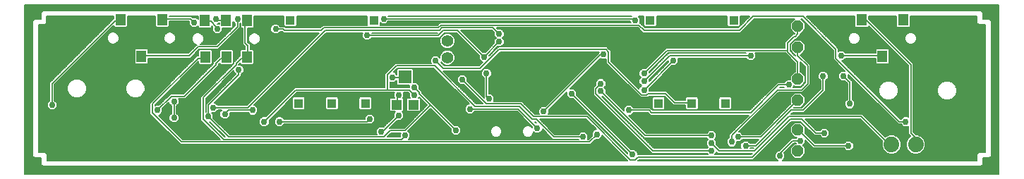
<source format=gbl>
G75*
%MOIN*%
%OFA0B0*%
%FSLAX25Y25*%
%IPPOS*%
%LPD*%
%AMOC8*
5,1,8,0,0,1.08239X$1,22.5*
%
%ADD10C,0.07400*%
%ADD11OC8,0.05200*%
%ADD12C,0.05600*%
%ADD13R,0.04724X0.05512*%
%ADD14R,0.05906X0.06299*%
%ADD15R,0.04724X0.04724*%
%ADD16R,0.04362X0.04362*%
%ADD17C,0.00600*%
%ADD18C,0.02978*%
D10*
X0412308Y0023846D03*
X0423708Y0023846D03*
D11*
X0368008Y0020846D03*
X0368008Y0030846D03*
X0368008Y0044846D03*
X0368008Y0054846D03*
X0368008Y0069846D03*
X0368008Y0079846D03*
D12*
X0202508Y0072783D03*
X0202508Y0064909D03*
D13*
X0107850Y0065185D03*
X0098165Y0065185D03*
X0088165Y0065185D03*
X0058008Y0065555D03*
X0067850Y0082878D03*
X0048165Y0082878D03*
X0088008Y0082508D03*
X0098008Y0082508D03*
X0108008Y0082508D03*
X0398165Y0082708D03*
X0417850Y0082708D03*
X0408008Y0065385D03*
D14*
X0182508Y0055752D03*
D15*
X0186445Y0042661D03*
X0178571Y0042661D03*
D16*
X0163756Y0043319D03*
X0148008Y0043319D03*
X0132260Y0043319D03*
X0302260Y0043319D03*
X0318008Y0043319D03*
X0333756Y0043319D03*
X0337693Y0082689D03*
X0298323Y0082689D03*
X0167693Y0082689D03*
X0128323Y0082689D03*
D17*
X0003008Y0009846D02*
X0463008Y0009846D01*
X0463008Y0089846D01*
X0003008Y0089846D01*
X0003008Y0009846D01*
X0003008Y0010058D02*
X0463008Y0010058D01*
X0463008Y0010657D02*
X0003008Y0010657D01*
X0003008Y0011255D02*
X0463008Y0011255D01*
X0463008Y0011854D02*
X0003008Y0011854D01*
X0003008Y0012452D02*
X0463008Y0012452D01*
X0463008Y0013051D02*
X0003008Y0013051D01*
X0003008Y0013649D02*
X0011225Y0013649D01*
X0011428Y0013446D02*
X0454588Y0013446D01*
X0455408Y0014267D01*
X0455408Y0017446D01*
X0458588Y0017446D01*
X0459408Y0018267D01*
X0459408Y0082355D01*
X0458588Y0083176D01*
X0455408Y0083176D01*
X0455408Y0086426D01*
X0454588Y0087246D01*
X0011365Y0087246D01*
X0010545Y0086426D01*
X0010545Y0085267D01*
X0010545Y0083176D01*
X0007428Y0083176D01*
X0006608Y0082355D01*
X0006608Y0018204D01*
X0007428Y0017383D01*
X0010608Y0017383D01*
X0010608Y0014267D01*
X0011428Y0013446D01*
X0010626Y0014248D02*
X0003008Y0014248D01*
X0003008Y0014846D02*
X0010608Y0014846D01*
X0010608Y0015445D02*
X0003008Y0015445D01*
X0003008Y0016043D02*
X0010608Y0016043D01*
X0010608Y0016642D02*
X0003008Y0016642D01*
X0003008Y0017241D02*
X0010608Y0017241D01*
X0013408Y0017241D02*
X0286517Y0017241D01*
X0285918Y0017839D02*
X0013408Y0017839D01*
X0013408Y0018438D02*
X0285320Y0018438D01*
X0284721Y0019036D02*
X0013408Y0019036D01*
X0013408Y0019363D02*
X0012588Y0020183D01*
X0009408Y0020183D01*
X0009408Y0080376D01*
X0012525Y0080376D01*
X0013345Y0081196D01*
X0013345Y0084446D01*
X0044903Y0084446D01*
X0044903Y0083439D01*
X0015311Y0053846D01*
X0014608Y0053144D01*
X0014608Y0044625D01*
X0013419Y0043436D01*
X0013419Y0041457D01*
X0014818Y0040057D01*
X0016797Y0040057D01*
X0018197Y0041457D01*
X0018197Y0043436D01*
X0017008Y0044625D01*
X0017008Y0052149D01*
X0044903Y0080045D01*
X0044903Y0079749D01*
X0045430Y0079222D01*
X0050900Y0079222D01*
X0051428Y0079749D01*
X0051428Y0084446D01*
X0064588Y0084446D01*
X0064588Y0079749D01*
X0065115Y0079222D01*
X0070585Y0079222D01*
X0071113Y0079749D01*
X0071113Y0082046D01*
X0080619Y0082046D01*
X0080619Y0080457D01*
X0082018Y0079057D01*
X0083997Y0079057D01*
X0084746Y0079806D01*
X0084746Y0079379D01*
X0085273Y0078852D01*
X0090743Y0078852D01*
X0091270Y0079379D01*
X0091270Y0079887D01*
X0091570Y0079587D01*
X0091419Y0079436D01*
X0091419Y0077457D01*
X0092818Y0076057D01*
X0094797Y0076057D01*
X0096197Y0077457D01*
X0096197Y0078852D01*
X0100743Y0078852D01*
X0101270Y0079379D01*
X0101270Y0082006D01*
X0102208Y0081068D01*
X0102208Y0080144D01*
X0093311Y0071246D01*
X0085849Y0071246D01*
X0086249Y0071412D01*
X0087057Y0072220D01*
X0087494Y0073275D01*
X0087494Y0074418D01*
X0087057Y0075473D01*
X0086249Y0076281D01*
X0085193Y0076718D01*
X0084051Y0076718D01*
X0082995Y0076281D01*
X0082188Y0075473D01*
X0081750Y0074418D01*
X0081750Y0073275D01*
X0082188Y0072220D01*
X0082995Y0071412D01*
X0084043Y0070978D01*
X0083608Y0070544D01*
X0080111Y0067046D01*
X0061270Y0067046D01*
X0061270Y0068684D01*
X0060743Y0069211D01*
X0055273Y0069211D01*
X0054746Y0068684D01*
X0054746Y0062426D01*
X0055273Y0061899D01*
X0060743Y0061899D01*
X0061270Y0062426D01*
X0061270Y0064646D01*
X0081105Y0064646D01*
X0085305Y0068846D01*
X0094305Y0068846D01*
X0103905Y0078446D01*
X0104608Y0079149D01*
X0104608Y0081068D01*
X0104746Y0081206D01*
X0104746Y0079379D01*
X0105273Y0078852D01*
X0105808Y0078852D01*
X0105808Y0071349D01*
X0107008Y0070149D01*
X0107008Y0068841D01*
X0105115Y0068841D01*
X0104588Y0068314D01*
X0104588Y0065724D01*
X0102311Y0063446D01*
X0101608Y0062744D01*
X0101608Y0062144D01*
X0086711Y0047246D01*
X0086008Y0046544D01*
X0086008Y0035349D01*
X0095111Y0026246D01*
X0077505Y0026246D01*
X0066094Y0037657D01*
X0066597Y0037657D01*
X0067997Y0039057D01*
X0067997Y0040738D01*
X0071019Y0043760D01*
X0071019Y0043257D01*
X0072208Y0042068D01*
X0072208Y0038625D01*
X0071019Y0037436D01*
X0071019Y0035457D01*
X0072418Y0034057D01*
X0074397Y0034057D01*
X0075797Y0035457D01*
X0075797Y0037436D01*
X0074608Y0038625D01*
X0074608Y0042068D01*
X0075797Y0043257D01*
X0075797Y0045236D01*
X0075586Y0045446D01*
X0078705Y0045446D01*
X0079408Y0046149D01*
X0094408Y0061149D01*
X0094408Y0061749D01*
X0094903Y0062245D01*
X0094903Y0062056D01*
X0095430Y0061529D01*
X0100900Y0061529D01*
X0101428Y0062056D01*
X0101428Y0068314D01*
X0100900Y0068841D01*
X0095430Y0068841D01*
X0094903Y0068314D01*
X0094903Y0065639D01*
X0094408Y0065144D01*
X0094408Y0065143D01*
X0092711Y0063446D01*
X0092711Y0063446D01*
X0092008Y0062744D01*
X0092008Y0062144D01*
X0077711Y0047846D01*
X0071711Y0047846D01*
X0066300Y0042435D01*
X0064618Y0042435D01*
X0064408Y0042225D01*
X0064408Y0042549D01*
X0084903Y0063045D01*
X0084903Y0062056D01*
X0085430Y0061529D01*
X0090900Y0061529D01*
X0091428Y0062056D01*
X0091428Y0068314D01*
X0090900Y0068841D01*
X0085430Y0068841D01*
X0084903Y0068314D01*
X0084903Y0065846D01*
X0084311Y0065846D01*
X0062711Y0044246D01*
X0062008Y0043544D01*
X0062008Y0038349D01*
X0075808Y0024549D01*
X0076511Y0023846D01*
X0270105Y0023846D01*
X0272516Y0026257D01*
X0274197Y0026257D01*
X0275597Y0027657D01*
X0275597Y0028160D01*
X0287511Y0016246D01*
X0013408Y0016246D01*
X0013408Y0019363D01*
X0013137Y0019635D02*
X0284123Y0019635D01*
X0283524Y0020233D02*
X0009408Y0020233D01*
X0009408Y0020832D02*
X0282926Y0020832D01*
X0282327Y0021430D02*
X0009408Y0021430D01*
X0009408Y0022029D02*
X0281729Y0022029D01*
X0281130Y0022627D02*
X0009408Y0022627D01*
X0009408Y0023226D02*
X0280532Y0023226D01*
X0279933Y0023824D02*
X0009408Y0023824D01*
X0009408Y0024423D02*
X0075935Y0024423D01*
X0075336Y0025021D02*
X0009408Y0025021D01*
X0009408Y0025620D02*
X0074738Y0025620D01*
X0074139Y0026218D02*
X0009408Y0026218D01*
X0009408Y0026817D02*
X0073541Y0026817D01*
X0072942Y0027415D02*
X0009408Y0027415D01*
X0009408Y0028014D02*
X0072344Y0028014D01*
X0071745Y0028612D02*
X0009408Y0028612D01*
X0009408Y0029211D02*
X0071147Y0029211D01*
X0070548Y0029809D02*
X0009408Y0029809D01*
X0009408Y0030408D02*
X0069950Y0030408D01*
X0069351Y0031006D02*
X0009408Y0031006D01*
X0009408Y0031605D02*
X0068752Y0031605D01*
X0068154Y0032203D02*
X0009408Y0032203D01*
X0009408Y0032802D02*
X0067555Y0032802D01*
X0066957Y0033400D02*
X0009408Y0033400D01*
X0009408Y0033999D02*
X0066358Y0033999D01*
X0065760Y0034597D02*
X0009408Y0034597D01*
X0009408Y0035196D02*
X0065161Y0035196D01*
X0064563Y0035794D02*
X0009408Y0035794D01*
X0009408Y0036393D02*
X0063964Y0036393D01*
X0063366Y0036991D02*
X0009408Y0036991D01*
X0009408Y0037590D02*
X0062767Y0037590D01*
X0062169Y0038188D02*
X0009408Y0038188D01*
X0009408Y0038787D02*
X0062008Y0038787D01*
X0062008Y0039385D02*
X0009408Y0039385D01*
X0009408Y0039984D02*
X0062008Y0039984D01*
X0062008Y0040582D02*
X0017322Y0040582D01*
X0017921Y0041181D02*
X0062008Y0041181D01*
X0062008Y0041779D02*
X0018197Y0041779D01*
X0018197Y0042378D02*
X0062008Y0042378D01*
X0062008Y0042976D02*
X0018197Y0042976D01*
X0018058Y0043575D02*
X0062039Y0043575D01*
X0062638Y0044174D02*
X0017459Y0044174D01*
X0017008Y0044772D02*
X0063236Y0044772D01*
X0063835Y0045371D02*
X0017008Y0045371D01*
X0017008Y0045969D02*
X0026036Y0045969D01*
X0026640Y0045719D02*
X0024949Y0046419D01*
X0023655Y0047713D01*
X0022955Y0049404D01*
X0022955Y0051234D01*
X0023655Y0052925D01*
X0024949Y0054219D01*
X0026640Y0054919D01*
X0028470Y0054919D01*
X0030161Y0054219D01*
X0031455Y0052925D01*
X0032155Y0051234D01*
X0032155Y0049404D01*
X0031455Y0047713D01*
X0030161Y0046419D01*
X0028470Y0045719D01*
X0026640Y0045719D01*
X0024801Y0046568D02*
X0017008Y0046568D01*
X0017008Y0047166D02*
X0024203Y0047166D01*
X0023634Y0047765D02*
X0017008Y0047765D01*
X0017008Y0048363D02*
X0023386Y0048363D01*
X0023138Y0048962D02*
X0017008Y0048962D01*
X0017008Y0049560D02*
X0022955Y0049560D01*
X0022955Y0050159D02*
X0017008Y0050159D01*
X0017008Y0050757D02*
X0022955Y0050757D01*
X0023006Y0051356D02*
X0017008Y0051356D01*
X0017008Y0051954D02*
X0023253Y0051954D01*
X0023501Y0052553D02*
X0017411Y0052553D01*
X0018010Y0053151D02*
X0023882Y0053151D01*
X0024481Y0053750D02*
X0018608Y0053750D01*
X0019207Y0054348D02*
X0025262Y0054348D01*
X0029848Y0054348D02*
X0052821Y0054348D01*
X0052508Y0054219D02*
X0051214Y0052925D01*
X0050514Y0051234D01*
X0050514Y0049404D01*
X0051214Y0047713D01*
X0052508Y0046419D01*
X0054199Y0045719D01*
X0056029Y0045719D01*
X0057720Y0046419D01*
X0059014Y0047713D01*
X0059714Y0049404D01*
X0059714Y0051234D01*
X0059014Y0052925D01*
X0057720Y0054219D01*
X0056029Y0054919D01*
X0054199Y0054919D01*
X0052508Y0054219D01*
X0052040Y0053750D02*
X0030630Y0053750D01*
X0031228Y0053151D02*
X0051441Y0053151D01*
X0051060Y0052553D02*
X0031609Y0052553D01*
X0031857Y0051954D02*
X0050813Y0051954D01*
X0050565Y0051356D02*
X0032105Y0051356D01*
X0032155Y0050757D02*
X0050514Y0050757D01*
X0050514Y0050159D02*
X0032155Y0050159D01*
X0032155Y0049560D02*
X0050514Y0049560D01*
X0050697Y0048962D02*
X0031972Y0048962D01*
X0031724Y0048363D02*
X0050945Y0048363D01*
X0051193Y0047765D02*
X0031476Y0047765D01*
X0030908Y0047166D02*
X0051762Y0047166D01*
X0052360Y0046568D02*
X0030309Y0046568D01*
X0029074Y0045969D02*
X0053595Y0045969D01*
X0056633Y0045969D02*
X0064433Y0045969D01*
X0065032Y0046568D02*
X0057868Y0046568D01*
X0058467Y0047166D02*
X0065630Y0047166D01*
X0066229Y0047765D02*
X0059035Y0047765D01*
X0059283Y0048363D02*
X0066827Y0048363D01*
X0067426Y0048962D02*
X0059531Y0048962D01*
X0059714Y0049560D02*
X0068024Y0049560D01*
X0068623Y0050159D02*
X0059714Y0050159D01*
X0059714Y0050757D02*
X0069222Y0050757D01*
X0069820Y0051356D02*
X0059664Y0051356D01*
X0059416Y0051954D02*
X0070419Y0051954D01*
X0071017Y0052553D02*
X0059168Y0052553D01*
X0058787Y0053151D02*
X0071616Y0053151D01*
X0072214Y0053750D02*
X0058189Y0053750D01*
X0057407Y0054348D02*
X0072813Y0054348D01*
X0073411Y0054947D02*
X0019805Y0054947D01*
X0020404Y0055545D02*
X0074010Y0055545D01*
X0074608Y0056144D02*
X0021002Y0056144D01*
X0021601Y0056742D02*
X0075207Y0056742D01*
X0075805Y0057341D02*
X0022199Y0057341D01*
X0022798Y0057939D02*
X0076404Y0057939D01*
X0077002Y0058538D02*
X0023396Y0058538D01*
X0023995Y0059136D02*
X0077601Y0059136D01*
X0078199Y0059735D02*
X0024593Y0059735D01*
X0025192Y0060333D02*
X0078798Y0060333D01*
X0079396Y0060932D02*
X0025790Y0060932D01*
X0026389Y0061530D02*
X0079995Y0061530D01*
X0080593Y0062129D02*
X0060973Y0062129D01*
X0061270Y0062727D02*
X0081192Y0062727D01*
X0081790Y0063326D02*
X0061270Y0063326D01*
X0061270Y0063924D02*
X0082389Y0063924D01*
X0082987Y0064523D02*
X0061270Y0064523D01*
X0058408Y0065846D02*
X0058008Y0065555D01*
X0058408Y0065846D02*
X0080608Y0065846D01*
X0084808Y0070046D01*
X0093808Y0070046D01*
X0103408Y0079646D01*
X0103408Y0083246D01*
X0101396Y0081880D02*
X0101270Y0081880D01*
X0101270Y0081281D02*
X0101995Y0081281D01*
X0102208Y0080683D02*
X0101270Y0080683D01*
X0101270Y0080084D02*
X0102149Y0080084D01*
X0101550Y0079486D02*
X0101270Y0079486D01*
X0100952Y0078887D02*
X0100778Y0078887D01*
X0100353Y0078289D02*
X0096197Y0078289D01*
X0096197Y0077690D02*
X0099755Y0077690D01*
X0099156Y0077092D02*
X0095832Y0077092D01*
X0095233Y0076493D02*
X0098557Y0076493D01*
X0097959Y0075895D02*
X0086635Y0075895D01*
X0087130Y0075296D02*
X0097360Y0075296D01*
X0096762Y0074698D02*
X0087378Y0074698D01*
X0087494Y0074099D02*
X0096163Y0074099D01*
X0095565Y0073501D02*
X0087494Y0073501D01*
X0087339Y0072902D02*
X0094966Y0072902D01*
X0094368Y0072304D02*
X0087091Y0072304D01*
X0086542Y0071705D02*
X0093769Y0071705D01*
X0095966Y0070508D02*
X0106649Y0070508D01*
X0107008Y0069909D02*
X0095368Y0069909D01*
X0094769Y0069311D02*
X0107008Y0069311D01*
X0108208Y0070646D02*
X0107008Y0071846D01*
X0107008Y0081446D01*
X0107608Y0082046D01*
X0108008Y0082508D01*
X0111270Y0082478D02*
X0125242Y0082478D01*
X0125242Y0081880D02*
X0111270Y0081880D01*
X0111270Y0081281D02*
X0125242Y0081281D01*
X0125242Y0080683D02*
X0122550Y0080683D01*
X0122397Y0080835D02*
X0120418Y0080835D01*
X0119019Y0079436D01*
X0119019Y0077457D01*
X0120418Y0076057D01*
X0122397Y0076057D01*
X0123586Y0077246D01*
X0124511Y0077246D01*
X0125111Y0076646D01*
X0141911Y0076646D01*
X0107711Y0042446D01*
X0094186Y0042446D01*
X0092997Y0043635D01*
X0092494Y0043635D01*
X0105208Y0056349D01*
X0105208Y0057068D01*
X0106397Y0058257D01*
X0106397Y0060236D01*
X0104997Y0061635D01*
X0104008Y0061635D01*
X0104008Y0061749D01*
X0104588Y0062330D01*
X0104588Y0062056D01*
X0105115Y0061529D01*
X0110585Y0061529D01*
X0111113Y0062056D01*
X0111113Y0068314D01*
X0110585Y0068841D01*
X0109408Y0068841D01*
X0109408Y0071144D01*
X0108208Y0072344D01*
X0108208Y0078852D01*
X0110743Y0078852D01*
X0111270Y0079379D01*
X0111270Y0084446D01*
X0125242Y0084446D01*
X0125242Y0080135D01*
X0125769Y0079608D01*
X0130877Y0079608D01*
X0131404Y0080135D01*
X0131404Y0084446D01*
X0164612Y0084446D01*
X0164612Y0080246D01*
X0143711Y0080246D01*
X0143008Y0079544D01*
X0142511Y0079046D01*
X0126105Y0079046D01*
X0125505Y0079646D01*
X0123586Y0079646D01*
X0122397Y0080835D01*
X0123149Y0080084D02*
X0125293Y0080084D01*
X0125666Y0079486D02*
X0142950Y0079486D01*
X0143549Y0080084D02*
X0131353Y0080084D01*
X0131404Y0080683D02*
X0164612Y0080683D01*
X0164612Y0081281D02*
X0131404Y0081281D01*
X0131404Y0081880D02*
X0164612Y0081880D01*
X0164612Y0082478D02*
X0131404Y0082478D01*
X0131404Y0083077D02*
X0164612Y0083077D01*
X0164612Y0083675D02*
X0131404Y0083675D01*
X0131404Y0084274D02*
X0164612Y0084274D01*
X0172408Y0083246D02*
X0290608Y0083246D01*
X0291208Y0082646D01*
X0292959Y0084274D02*
X0295242Y0084274D01*
X0295242Y0084446D02*
X0292786Y0084446D01*
X0293597Y0083636D01*
X0293597Y0081657D01*
X0293386Y0081446D01*
X0293505Y0081446D01*
X0295905Y0079046D01*
X0339911Y0079046D01*
X0345311Y0084446D01*
X0340774Y0084446D01*
X0340774Y0080135D01*
X0340247Y0079608D01*
X0335139Y0079608D01*
X0334612Y0080135D01*
X0334612Y0084446D01*
X0301404Y0084446D01*
X0301404Y0080135D01*
X0300877Y0079608D01*
X0295769Y0079608D01*
X0295242Y0080135D01*
X0295242Y0084446D01*
X0295242Y0083675D02*
X0293558Y0083675D01*
X0293597Y0083077D02*
X0295242Y0083077D01*
X0295242Y0082478D02*
X0293597Y0082478D01*
X0293597Y0081880D02*
X0295242Y0081880D01*
X0295242Y0081281D02*
X0293670Y0081281D01*
X0294269Y0080683D02*
X0295242Y0080683D01*
X0295293Y0080084D02*
X0294867Y0080084D01*
X0295466Y0079486D02*
X0340350Y0079486D01*
X0340723Y0080084D02*
X0340949Y0080084D01*
X0340774Y0080683D02*
X0341547Y0080683D01*
X0342146Y0081281D02*
X0340774Y0081281D01*
X0340774Y0081880D02*
X0342744Y0081880D01*
X0343343Y0082478D02*
X0340774Y0082478D01*
X0340774Y0083077D02*
X0343941Y0083077D01*
X0344540Y0083675D02*
X0340774Y0083675D01*
X0340774Y0084274D02*
X0345138Y0084274D01*
X0347008Y0084446D02*
X0370408Y0084446D01*
X0386008Y0068846D01*
X0386008Y0064646D01*
X0416008Y0034646D01*
X0419008Y0034646D01*
X0417376Y0036393D02*
X0415959Y0036393D01*
X0416505Y0035846D02*
X0388894Y0063457D01*
X0389397Y0063457D01*
X0390586Y0064646D01*
X0404746Y0064646D01*
X0404746Y0062256D01*
X0405273Y0061729D01*
X0410743Y0061729D01*
X0411270Y0062256D01*
X0411270Y0068514D01*
X0410743Y0069041D01*
X0405273Y0069041D01*
X0404746Y0068514D01*
X0404746Y0067046D01*
X0390586Y0067046D01*
X0389397Y0068235D01*
X0387418Y0068235D01*
X0387208Y0068025D01*
X0387208Y0069344D01*
X0386505Y0070046D01*
X0372105Y0084446D01*
X0394903Y0084446D01*
X0394903Y0079579D01*
X0395430Y0079052D01*
X0400900Y0079052D01*
X0401428Y0079579D01*
X0401428Y0079930D01*
X0420208Y0061149D01*
X0420208Y0036825D01*
X0419997Y0037035D01*
X0418018Y0037035D01*
X0416829Y0035846D01*
X0416505Y0035846D01*
X0415360Y0036991D02*
X0417974Y0036991D01*
X0420041Y0036991D02*
X0420208Y0036991D01*
X0420208Y0037590D02*
X0414761Y0037590D01*
X0414163Y0038188D02*
X0420208Y0038188D01*
X0420208Y0038787D02*
X0413564Y0038787D01*
X0412966Y0039385D02*
X0420208Y0039385D01*
X0420208Y0039984D02*
X0412367Y0039984D01*
X0411769Y0040582D02*
X0420208Y0040582D01*
X0420208Y0041181D02*
X0411170Y0041181D01*
X0410572Y0041779D02*
X0420208Y0041779D01*
X0420208Y0042378D02*
X0409973Y0042378D01*
X0409375Y0042976D02*
X0420208Y0042976D01*
X0420208Y0043575D02*
X0408776Y0043575D01*
X0408178Y0044174D02*
X0420208Y0044174D01*
X0420208Y0044772D02*
X0407579Y0044772D01*
X0406981Y0045371D02*
X0408562Y0045371D01*
X0408312Y0045474D02*
X0410002Y0044774D01*
X0411832Y0044774D01*
X0413523Y0045474D01*
X0414817Y0046768D01*
X0415517Y0048459D01*
X0415517Y0050289D01*
X0414817Y0051980D01*
X0413523Y0053274D01*
X0411832Y0053974D01*
X0410002Y0053974D01*
X0408312Y0053274D01*
X0407018Y0051980D01*
X0406317Y0050289D01*
X0406317Y0048459D01*
X0407018Y0046768D01*
X0408312Y0045474D01*
X0407817Y0045969D02*
X0406382Y0045969D01*
X0405784Y0046568D02*
X0407218Y0046568D01*
X0406853Y0047166D02*
X0405185Y0047166D01*
X0404587Y0047765D02*
X0406605Y0047765D01*
X0406357Y0048363D02*
X0403988Y0048363D01*
X0403390Y0048962D02*
X0406317Y0048962D01*
X0406317Y0049560D02*
X0402791Y0049560D01*
X0402193Y0050159D02*
X0406317Y0050159D01*
X0406511Y0050757D02*
X0401594Y0050757D01*
X0400996Y0051356D02*
X0406759Y0051356D01*
X0407007Y0051954D02*
X0400397Y0051954D01*
X0399799Y0052553D02*
X0407591Y0052553D01*
X0408189Y0053151D02*
X0399200Y0053151D01*
X0398602Y0053750D02*
X0409461Y0053750D01*
X0412374Y0053750D02*
X0420208Y0053750D01*
X0420208Y0054348D02*
X0398003Y0054348D01*
X0397405Y0054947D02*
X0420208Y0054947D01*
X0420208Y0055545D02*
X0396806Y0055545D01*
X0396208Y0056144D02*
X0420208Y0056144D01*
X0420208Y0056742D02*
X0395609Y0056742D01*
X0395011Y0057341D02*
X0420208Y0057341D01*
X0420208Y0057939D02*
X0394412Y0057939D01*
X0393814Y0058538D02*
X0420208Y0058538D01*
X0420208Y0059136D02*
X0393215Y0059136D01*
X0392617Y0059735D02*
X0420208Y0059735D01*
X0420208Y0060333D02*
X0392018Y0060333D01*
X0391420Y0060932D02*
X0420208Y0060932D01*
X0419827Y0061530D02*
X0390821Y0061530D01*
X0390223Y0062129D02*
X0404873Y0062129D01*
X0404746Y0062727D02*
X0389624Y0062727D01*
X0389025Y0063326D02*
X0404746Y0063326D01*
X0404746Y0063924D02*
X0389864Y0063924D01*
X0390463Y0064523D02*
X0404746Y0064523D01*
X0407608Y0065846D02*
X0408008Y0065385D01*
X0407608Y0065846D02*
X0388408Y0065846D01*
X0384808Y0065720D02*
X0369831Y0065720D01*
X0369458Y0066346D02*
X0371508Y0068397D01*
X0371508Y0071296D01*
X0369458Y0073346D01*
X0366558Y0073346D01*
X0364508Y0071296D01*
X0364508Y0068397D01*
X0366558Y0066346D01*
X0366808Y0066346D01*
X0366808Y0065743D01*
X0364408Y0068144D01*
X0364408Y0071349D01*
X0366705Y0073646D01*
X0367305Y0073646D01*
X0368505Y0074846D01*
X0369208Y0075549D01*
X0369208Y0076346D01*
X0369458Y0076346D01*
X0371508Y0078397D01*
X0371508Y0081296D01*
X0369558Y0083246D01*
X0369911Y0083246D01*
X0384808Y0068349D01*
X0384808Y0064149D01*
X0390322Y0058635D01*
X0388618Y0058635D01*
X0387219Y0057236D01*
X0387219Y0055257D01*
X0388618Y0053857D01*
X0390300Y0053857D01*
X0391408Y0052749D01*
X0391408Y0045225D01*
X0390219Y0044036D01*
X0390219Y0042057D01*
X0391618Y0040657D01*
X0393597Y0040657D01*
X0394997Y0042057D01*
X0394997Y0044036D01*
X0393808Y0045225D01*
X0393808Y0052749D01*
X0393808Y0053744D01*
X0391997Y0055555D01*
X0391997Y0056960D01*
X0414808Y0034149D01*
X0415511Y0033446D01*
X0416829Y0033446D01*
X0418018Y0032257D01*
X0419997Y0032257D01*
X0420208Y0032468D01*
X0420208Y0028749D01*
X0421179Y0027778D01*
X0421102Y0027746D01*
X0419808Y0026452D01*
X0419108Y0024761D01*
X0419108Y0022931D01*
X0419808Y0021241D01*
X0421102Y0019947D01*
X0422793Y0019246D01*
X0424623Y0019246D01*
X0426314Y0019947D01*
X0427608Y0021241D01*
X0428308Y0022931D01*
X0428308Y0024761D01*
X0427608Y0026452D01*
X0426314Y0027746D01*
X0424623Y0028446D01*
X0423905Y0028446D01*
X0423705Y0028646D01*
X0422608Y0029744D01*
X0422608Y0062144D01*
X0421905Y0062846D01*
X0401428Y0083324D01*
X0401428Y0084446D01*
X0414588Y0084446D01*
X0414588Y0079579D01*
X0415115Y0079052D01*
X0420585Y0079052D01*
X0421113Y0079579D01*
X0421113Y0084446D01*
X0452608Y0084446D01*
X0452608Y0081196D01*
X0453428Y0080376D01*
X0456608Y0080376D01*
X0456608Y0020246D01*
X0453428Y0020246D01*
X0452608Y0019426D01*
X0452608Y0016246D01*
X0360786Y0016246D01*
X0361997Y0017457D01*
X0361997Y0019436D01*
X0361546Y0019887D01*
X0366105Y0024446D01*
X0367029Y0024446D01*
X0367129Y0024346D01*
X0366558Y0024346D01*
X0364508Y0022296D01*
X0364508Y0019397D01*
X0366558Y0017346D01*
X0369458Y0017346D01*
X0371508Y0019397D01*
X0371508Y0022296D01*
X0370372Y0023432D01*
X0371597Y0024657D01*
X0371597Y0025760D01*
X0375311Y0022046D01*
X0389829Y0022046D01*
X0391018Y0020857D01*
X0392997Y0020857D01*
X0394397Y0022257D01*
X0394397Y0024236D01*
X0392997Y0025635D01*
X0391018Y0025635D01*
X0389829Y0024446D01*
X0376305Y0024446D01*
X0371431Y0029320D01*
X0371508Y0029397D01*
X0371508Y0032296D01*
X0369458Y0034346D01*
X0366558Y0034346D01*
X0364508Y0032296D01*
X0364508Y0029397D01*
X0366558Y0027346D01*
X0367529Y0027346D01*
X0367029Y0026846D01*
X0365111Y0026846D01*
X0364408Y0026144D01*
X0359100Y0020835D01*
X0358618Y0020835D01*
X0357219Y0019436D01*
X0357219Y0017457D01*
X0358429Y0016246D01*
X0292505Y0016246D01*
X0292905Y0016646D01*
X0346905Y0016646D01*
X0347608Y0017349D01*
X0364905Y0034646D01*
X0369311Y0034646D01*
X0375911Y0028046D01*
X0378429Y0028046D01*
X0379618Y0026857D01*
X0381597Y0026857D01*
X0382997Y0028257D01*
X0382997Y0030236D01*
X0381597Y0031635D01*
X0379618Y0031635D01*
X0378429Y0030446D01*
X0376905Y0030446D01*
X0371505Y0035846D01*
X0397511Y0035846D01*
X0407968Y0025389D01*
X0407708Y0024761D01*
X0407708Y0022931D01*
X0408408Y0021241D01*
X0409702Y0019947D01*
X0411393Y0019246D01*
X0413223Y0019246D01*
X0414914Y0019947D01*
X0416208Y0021241D01*
X0416908Y0022931D01*
X0416908Y0024761D01*
X0416208Y0026452D01*
X0414914Y0027746D01*
X0413223Y0028446D01*
X0411393Y0028446D01*
X0409702Y0027746D01*
X0409354Y0027398D01*
X0399208Y0037543D01*
X0399208Y0037544D01*
X0398505Y0038246D01*
X0364905Y0038246D01*
X0365505Y0038846D01*
X0370905Y0038846D01*
X0380505Y0048446D01*
X0381208Y0049149D01*
X0381208Y0054068D01*
X0382397Y0055257D01*
X0382397Y0057236D01*
X0380997Y0058635D01*
X0379018Y0058635D01*
X0377619Y0057236D01*
X0377619Y0055257D01*
X0378808Y0054068D01*
X0378808Y0050144D01*
X0369911Y0041246D01*
X0366105Y0041246D01*
X0366382Y0041523D01*
X0366558Y0041346D01*
X0369458Y0041346D01*
X0371508Y0043397D01*
X0371508Y0046296D01*
X0369458Y0048346D01*
X0366558Y0048346D01*
X0364508Y0046296D01*
X0364508Y0043397D01*
X0364684Y0043220D01*
X0350111Y0028646D01*
X0341986Y0028646D01*
X0340797Y0029835D01*
X0340294Y0029835D01*
X0358905Y0048446D01*
X0370305Y0048446D01*
X0373305Y0051446D01*
X0374008Y0052149D01*
X0374008Y0061544D01*
X0369208Y0066344D01*
X0369208Y0066346D01*
X0369458Y0066346D01*
X0369233Y0066318D02*
X0384808Y0066318D01*
X0384808Y0066917D02*
X0370028Y0066917D01*
X0370627Y0067515D02*
X0384808Y0067515D01*
X0384808Y0068114D02*
X0371225Y0068114D01*
X0371508Y0068712D02*
X0384445Y0068712D01*
X0383846Y0069311D02*
X0371508Y0069311D01*
X0371508Y0069909D02*
X0383248Y0069909D01*
X0382649Y0070508D02*
X0371508Y0070508D01*
X0371508Y0071107D02*
X0382051Y0071107D01*
X0381452Y0071705D02*
X0371099Y0071705D01*
X0370501Y0072304D02*
X0380854Y0072304D01*
X0380255Y0072902D02*
X0369902Y0072902D01*
X0367758Y0074099D02*
X0379058Y0074099D01*
X0378460Y0074698D02*
X0368356Y0074698D01*
X0368955Y0075296D02*
X0377861Y0075296D01*
X0377263Y0075895D02*
X0369208Y0075895D01*
X0369604Y0076493D02*
X0376664Y0076493D01*
X0376066Y0077092D02*
X0370203Y0077092D01*
X0370801Y0077690D02*
X0375467Y0077690D01*
X0374869Y0078289D02*
X0371400Y0078289D01*
X0371508Y0078887D02*
X0374270Y0078887D01*
X0373672Y0079486D02*
X0371508Y0079486D01*
X0371508Y0080084D02*
X0373073Y0080084D01*
X0372475Y0080683D02*
X0371508Y0080683D01*
X0371508Y0081281D02*
X0371876Y0081281D01*
X0371278Y0081880D02*
X0370924Y0081880D01*
X0370679Y0082478D02*
X0370326Y0082478D01*
X0370081Y0083077D02*
X0369727Y0083077D01*
X0372278Y0084274D02*
X0394903Y0084274D01*
X0394903Y0083675D02*
X0372876Y0083675D01*
X0373475Y0083077D02*
X0394903Y0083077D01*
X0394903Y0082478D02*
X0374073Y0082478D01*
X0374672Y0081880D02*
X0394903Y0081880D01*
X0394903Y0081281D02*
X0375270Y0081281D01*
X0375869Y0080683D02*
X0394903Y0080683D01*
X0394903Y0080084D02*
X0376467Y0080084D01*
X0377066Y0079486D02*
X0394997Y0079486D01*
X0401334Y0079486D02*
X0401872Y0079486D01*
X0402470Y0078887D02*
X0377664Y0078887D01*
X0378263Y0078289D02*
X0403069Y0078289D01*
X0403667Y0077690D02*
X0378861Y0077690D01*
X0379460Y0077092D02*
X0404266Y0077092D01*
X0404864Y0076493D02*
X0396219Y0076493D01*
X0396249Y0076481D02*
X0395193Y0076918D01*
X0394051Y0076918D01*
X0392995Y0076481D01*
X0392188Y0075673D01*
X0391750Y0074618D01*
X0391750Y0073475D01*
X0392188Y0072420D01*
X0392995Y0071612D01*
X0394051Y0071175D01*
X0395193Y0071175D01*
X0396249Y0071612D01*
X0397057Y0072420D01*
X0397494Y0073475D01*
X0397494Y0074618D01*
X0397057Y0075673D01*
X0396249Y0076481D01*
X0396835Y0075895D02*
X0405463Y0075895D01*
X0406061Y0075296D02*
X0397213Y0075296D01*
X0397461Y0074698D02*
X0406660Y0074698D01*
X0407258Y0074099D02*
X0397494Y0074099D01*
X0397494Y0073501D02*
X0407857Y0073501D01*
X0408455Y0072902D02*
X0397256Y0072902D01*
X0396940Y0072304D02*
X0409054Y0072304D01*
X0409652Y0071705D02*
X0396342Y0071705D01*
X0392902Y0071705D02*
X0384846Y0071705D01*
X0384248Y0072304D02*
X0392304Y0072304D01*
X0391988Y0072902D02*
X0383649Y0072902D01*
X0383051Y0073501D02*
X0391750Y0073501D01*
X0391750Y0074099D02*
X0382452Y0074099D01*
X0381854Y0074698D02*
X0391784Y0074698D01*
X0392031Y0075296D02*
X0381255Y0075296D01*
X0380657Y0075895D02*
X0392409Y0075895D01*
X0393025Y0076493D02*
X0380058Y0076493D01*
X0379657Y0073501D02*
X0366559Y0073501D01*
X0366114Y0072902D02*
X0365961Y0072902D01*
X0365515Y0072304D02*
X0365362Y0072304D01*
X0364917Y0071705D02*
X0364763Y0071705D01*
X0364508Y0071107D02*
X0364408Y0071107D01*
X0364408Y0070508D02*
X0364508Y0070508D01*
X0364508Y0069909D02*
X0364408Y0069909D01*
X0364408Y0069311D02*
X0364508Y0069311D01*
X0364508Y0068712D02*
X0364408Y0068712D01*
X0364437Y0068114D02*
X0364791Y0068114D01*
X0365036Y0067515D02*
X0365389Y0067515D01*
X0365634Y0066917D02*
X0365988Y0066917D01*
X0366233Y0066318D02*
X0366808Y0066318D01*
X0368008Y0065846D02*
X0368008Y0069846D01*
X0363208Y0068246D02*
X0306208Y0068246D01*
X0295408Y0057446D01*
X0293019Y0057341D02*
X0285811Y0057341D01*
X0286409Y0056742D02*
X0293019Y0056742D01*
X0293019Y0056457D02*
X0293829Y0055646D01*
X0293019Y0054836D01*
X0293019Y0052857D01*
X0294129Y0051746D01*
X0293019Y0050636D01*
X0293019Y0050132D01*
X0279808Y0063344D01*
X0279808Y0068144D01*
X0278608Y0069344D01*
X0277905Y0070046D01*
X0226511Y0070046D01*
X0222197Y0065732D01*
X0222197Y0065938D01*
X0226316Y0070057D01*
X0227997Y0070057D01*
X0229397Y0071457D01*
X0229397Y0073436D01*
X0228586Y0074246D01*
X0229397Y0075057D01*
X0229397Y0077036D01*
X0227997Y0078435D01*
X0226316Y0078435D01*
X0225705Y0079046D01*
X0292511Y0079046D01*
X0294208Y0077349D01*
X0294911Y0076646D01*
X0340905Y0076646D01*
X0347505Y0083246D01*
X0366458Y0083246D01*
X0364508Y0081296D01*
X0364508Y0078397D01*
X0366558Y0076346D01*
X0366611Y0076346D01*
X0366311Y0076046D01*
X0365711Y0076046D01*
X0365008Y0075344D01*
X0362008Y0072344D01*
X0362008Y0069446D01*
X0305711Y0069446D01*
X0296100Y0059835D01*
X0294418Y0059835D01*
X0293019Y0058436D01*
X0293019Y0056457D01*
X0293332Y0056144D02*
X0287008Y0056144D01*
X0287606Y0055545D02*
X0293728Y0055545D01*
X0293130Y0054947D02*
X0288205Y0054947D01*
X0288803Y0054348D02*
X0293019Y0054348D01*
X0293019Y0053750D02*
X0289402Y0053750D01*
X0290000Y0053151D02*
X0293019Y0053151D01*
X0293323Y0052553D02*
X0290599Y0052553D01*
X0291197Y0051954D02*
X0293922Y0051954D01*
X0293739Y0051356D02*
X0291796Y0051356D01*
X0292394Y0050757D02*
X0293140Y0050757D01*
X0293019Y0050159D02*
X0292993Y0050159D01*
X0295408Y0049646D02*
X0309208Y0063446D01*
X0306819Y0063560D02*
X0306819Y0062755D01*
X0297797Y0053732D01*
X0297797Y0054538D01*
X0306819Y0063560D01*
X0306819Y0063326D02*
X0306584Y0063326D01*
X0306792Y0062727D02*
X0305986Y0062727D01*
X0306193Y0062129D02*
X0305387Y0062129D01*
X0305595Y0061530D02*
X0304789Y0061530D01*
X0304996Y0060932D02*
X0304190Y0060932D01*
X0304398Y0060333D02*
X0303592Y0060333D01*
X0303799Y0059735D02*
X0302993Y0059735D01*
X0303201Y0059136D02*
X0302395Y0059136D01*
X0302602Y0058538D02*
X0301796Y0058538D01*
X0302004Y0057939D02*
X0301198Y0057939D01*
X0301405Y0057341D02*
X0300599Y0057341D01*
X0300807Y0056742D02*
X0300001Y0056742D01*
X0300208Y0056144D02*
X0299402Y0056144D01*
X0299610Y0055545D02*
X0298804Y0055545D01*
X0299011Y0054947D02*
X0298205Y0054947D01*
X0298413Y0054348D02*
X0297797Y0054348D01*
X0297797Y0053750D02*
X0297814Y0053750D01*
X0299413Y0051954D02*
X0357219Y0051954D01*
X0357808Y0052544D02*
X0345311Y0040046D01*
X0299505Y0040046D01*
X0298305Y0041246D01*
X0290386Y0041246D01*
X0289197Y0042435D01*
X0287218Y0042435D01*
X0285819Y0041036D01*
X0285819Y0039932D01*
X0277397Y0048355D01*
X0277397Y0050036D01*
X0276586Y0050846D01*
X0277397Y0051657D01*
X0277397Y0053636D01*
X0275997Y0055035D01*
X0274018Y0055035D01*
X0272619Y0053636D01*
X0272619Y0051955D01*
X0271408Y0050744D01*
X0271408Y0047349D01*
X0272111Y0046646D01*
X0299111Y0019646D01*
X0325029Y0019646D01*
X0325629Y0019046D01*
X0292397Y0019046D01*
X0292397Y0020036D01*
X0290997Y0021435D01*
X0289316Y0021435D01*
X0263597Y0047155D01*
X0263597Y0048836D01*
X0262197Y0050235D01*
X0260494Y0050235D01*
X0274767Y0064509D01*
X0275218Y0064057D01*
X0277197Y0064057D01*
X0277408Y0064268D01*
X0277408Y0062349D01*
X0278111Y0061646D01*
X0293711Y0046046D01*
X0297105Y0046046D01*
X0297705Y0046646D01*
X0305111Y0046646D01*
X0309311Y0042446D01*
X0314927Y0042446D01*
X0314927Y0040765D01*
X0315454Y0040238D01*
X0320562Y0040238D01*
X0321089Y0040765D01*
X0321089Y0045873D01*
X0320562Y0046400D01*
X0315454Y0046400D01*
X0314927Y0045873D01*
X0314927Y0044846D01*
X0310305Y0044846D01*
X0306808Y0048344D01*
X0306105Y0049046D01*
X0297797Y0049046D01*
X0297797Y0050338D01*
X0308516Y0061057D01*
X0310197Y0061057D01*
X0311597Y0062457D01*
X0311597Y0064436D01*
X0311386Y0064646D01*
X0343629Y0064646D01*
X0344818Y0063457D01*
X0346797Y0063457D01*
X0348197Y0064857D01*
X0348197Y0066836D01*
X0347986Y0067046D01*
X0362111Y0067046D01*
X0362711Y0066446D01*
X0366808Y0062349D01*
X0366808Y0058346D01*
X0366558Y0058346D01*
X0364508Y0056296D01*
X0364508Y0054435D01*
X0362818Y0054435D01*
X0361629Y0053246D01*
X0358511Y0053246D01*
X0357808Y0052544D01*
X0357817Y0052553D02*
X0300011Y0052553D01*
X0300610Y0053151D02*
X0358416Y0053151D01*
X0359008Y0052046D02*
X0363808Y0052046D01*
X0362133Y0053750D02*
X0301208Y0053750D01*
X0301807Y0054348D02*
X0362731Y0054348D01*
X0364508Y0054947D02*
X0302405Y0054947D01*
X0303004Y0055545D02*
X0364508Y0055545D01*
X0364508Y0056144D02*
X0303602Y0056144D01*
X0304201Y0056742D02*
X0364954Y0056742D01*
X0365552Y0057341D02*
X0304799Y0057341D01*
X0305398Y0057939D02*
X0366151Y0057939D01*
X0366808Y0058538D02*
X0305996Y0058538D01*
X0306595Y0059136D02*
X0366808Y0059136D01*
X0366808Y0059735D02*
X0307193Y0059735D01*
X0307792Y0060333D02*
X0366808Y0060333D01*
X0366808Y0060932D02*
X0308390Y0060932D01*
X0310670Y0061530D02*
X0366808Y0061530D01*
X0366808Y0062129D02*
X0311269Y0062129D01*
X0311597Y0062727D02*
X0366430Y0062727D01*
X0365831Y0063326D02*
X0311597Y0063326D01*
X0311597Y0063924D02*
X0344351Y0063924D01*
X0343753Y0064523D02*
X0311510Y0064523D01*
X0307408Y0065846D02*
X0295408Y0053846D01*
X0298814Y0051356D02*
X0356620Y0051356D01*
X0356022Y0050757D02*
X0298216Y0050757D01*
X0297797Y0050159D02*
X0355423Y0050159D01*
X0354824Y0049560D02*
X0297797Y0049560D01*
X0297208Y0047846D02*
X0296608Y0047246D01*
X0294208Y0047246D01*
X0278608Y0062846D01*
X0278608Y0067646D01*
X0277408Y0068846D01*
X0227008Y0068846D01*
X0218008Y0059846D01*
X0200608Y0059846D01*
X0197008Y0063446D01*
X0194619Y0063326D02*
X0131984Y0063326D01*
X0131386Y0062727D02*
X0194619Y0062727D01*
X0194619Y0062457D02*
X0194829Y0062246D01*
X0177911Y0062246D01*
X0173711Y0058046D01*
X0173711Y0058046D01*
X0173008Y0057344D01*
X0173008Y0050846D01*
X0130511Y0050846D01*
X0129808Y0050144D01*
X0116700Y0037035D01*
X0115018Y0037035D01*
X0113619Y0035636D01*
X0113619Y0033657D01*
X0115018Y0032257D01*
X0116997Y0032257D01*
X0118397Y0033657D01*
X0118397Y0035338D01*
X0131505Y0048446D01*
X0177429Y0048446D01*
X0177219Y0048236D01*
X0177219Y0046257D01*
X0177552Y0045924D01*
X0175836Y0045924D01*
X0175309Y0045396D01*
X0175309Y0039926D01*
X0175836Y0039399D01*
X0177982Y0039399D01*
X0177219Y0038636D01*
X0177219Y0036955D01*
X0172349Y0032084D01*
X0172197Y0032235D01*
X0170218Y0032235D01*
X0168819Y0030836D01*
X0168819Y0028857D01*
X0169029Y0028646D01*
X0099705Y0028646D01*
X0091997Y0036355D01*
X0091997Y0038036D01*
X0091175Y0038857D01*
X0092997Y0038857D01*
X0094186Y0040046D01*
X0095829Y0040046D01*
X0095019Y0039236D01*
X0095019Y0037257D01*
X0096418Y0035857D01*
X0098397Y0035857D01*
X0099797Y0037257D01*
X0099797Y0038846D01*
X0108429Y0038846D01*
X0109618Y0037657D01*
X0111597Y0037657D01*
X0112997Y0039057D01*
X0112997Y0041036D01*
X0111597Y0042435D01*
X0111094Y0042435D01*
X0145305Y0076646D01*
X0162429Y0076646D01*
X0162219Y0076436D01*
X0162219Y0074457D01*
X0163618Y0073057D01*
X0165597Y0073057D01*
X0166786Y0074246D01*
X0198705Y0074246D01*
X0201105Y0076646D01*
X0206711Y0076646D01*
X0217419Y0065938D01*
X0217419Y0064257D01*
X0218818Y0062857D01*
X0219322Y0062857D01*
X0217511Y0061046D01*
X0201105Y0061046D01*
X0199397Y0062755D01*
X0199397Y0062788D01*
X0200412Y0061773D01*
X0201772Y0061209D01*
X0203244Y0061209D01*
X0204604Y0061773D01*
X0205645Y0062814D01*
X0206208Y0064173D01*
X0206208Y0065645D01*
X0205645Y0067005D01*
X0204604Y0068046D01*
X0203244Y0068609D01*
X0201772Y0068609D01*
X0200412Y0068046D01*
X0199371Y0067005D01*
X0198808Y0065645D01*
X0198808Y0065025D01*
X0197997Y0065835D01*
X0196018Y0065835D01*
X0194619Y0064436D01*
X0194619Y0062457D01*
X0194619Y0063924D02*
X0132583Y0063924D01*
X0133181Y0064523D02*
X0194706Y0064523D01*
X0195304Y0065121D02*
X0133780Y0065121D01*
X0134378Y0065720D02*
X0195903Y0065720D01*
X0198113Y0065720D02*
X0198839Y0065720D01*
X0198808Y0065121D02*
X0198711Y0065121D01*
X0199087Y0066318D02*
X0134977Y0066318D01*
X0135575Y0066917D02*
X0199335Y0066917D01*
X0199881Y0067515D02*
X0136174Y0067515D01*
X0136772Y0068114D02*
X0200576Y0068114D01*
X0201223Y0069311D02*
X0137969Y0069311D01*
X0137371Y0068712D02*
X0214645Y0068712D01*
X0215243Y0068114D02*
X0204440Y0068114D01*
X0205134Y0067515D02*
X0215842Y0067515D01*
X0216440Y0066917D02*
X0205681Y0066917D01*
X0205929Y0066318D02*
X0217039Y0066318D01*
X0217419Y0065720D02*
X0206177Y0065720D01*
X0206208Y0065121D02*
X0217419Y0065121D01*
X0217419Y0064523D02*
X0206208Y0064523D01*
X0206105Y0063924D02*
X0217751Y0063924D01*
X0218350Y0063326D02*
X0205857Y0063326D01*
X0205558Y0062727D02*
X0219192Y0062727D01*
X0218593Y0062129D02*
X0204960Y0062129D01*
X0204019Y0061530D02*
X0217995Y0061530D01*
X0220192Y0060333D02*
X0267198Y0060333D01*
X0266599Y0059735D02*
X0222098Y0059735D01*
X0221997Y0059835D02*
X0220018Y0059835D01*
X0218619Y0058436D01*
X0218619Y0056457D01*
X0219808Y0055268D01*
X0219808Y0046149D01*
X0219819Y0046138D01*
X0219819Y0045932D01*
X0211997Y0053755D01*
X0211997Y0055436D01*
X0210597Y0056835D01*
X0208618Y0056835D01*
X0207219Y0055436D01*
X0207219Y0053457D01*
X0208618Y0052057D01*
X0210300Y0052057D01*
X0219311Y0043046D01*
X0216105Y0043046D01*
X0200505Y0058646D01*
X0218505Y0058646D01*
X0219208Y0059349D01*
X0227505Y0067646D01*
X0274029Y0067646D01*
X0273819Y0067436D01*
X0273819Y0066955D01*
X0248700Y0041835D01*
X0247018Y0041835D01*
X0245619Y0040436D01*
X0245619Y0038457D01*
X0245829Y0038246D01*
X0243705Y0038246D01*
X0238408Y0043544D01*
X0237705Y0044246D01*
X0224386Y0044246D01*
X0224597Y0044457D01*
X0224597Y0046436D01*
X0223197Y0047835D01*
X0222208Y0047835D01*
X0222208Y0055268D01*
X0223397Y0056457D01*
X0223397Y0058436D01*
X0221997Y0059835D01*
X0222697Y0059136D02*
X0266001Y0059136D01*
X0265402Y0058538D02*
X0223295Y0058538D01*
X0223397Y0057939D02*
X0264804Y0057939D01*
X0264205Y0057341D02*
X0223397Y0057341D01*
X0223397Y0056742D02*
X0263607Y0056742D01*
X0263008Y0056144D02*
X0223084Y0056144D01*
X0222485Y0055545D02*
X0262410Y0055545D01*
X0261811Y0054947D02*
X0222208Y0054947D01*
X0222208Y0054348D02*
X0261213Y0054348D01*
X0260614Y0053750D02*
X0222208Y0053750D01*
X0222208Y0053151D02*
X0260016Y0053151D01*
X0259417Y0052553D02*
X0222208Y0052553D01*
X0222208Y0051954D02*
X0258819Y0051954D01*
X0258220Y0051356D02*
X0222208Y0051356D01*
X0222208Y0050757D02*
X0257622Y0050757D01*
X0257023Y0050159D02*
X0222208Y0050159D01*
X0222208Y0049560D02*
X0256424Y0049560D01*
X0255826Y0048962D02*
X0222208Y0048962D01*
X0222208Y0048363D02*
X0255227Y0048363D01*
X0254629Y0047765D02*
X0223268Y0047765D01*
X0223867Y0047166D02*
X0254030Y0047166D01*
X0253432Y0046568D02*
X0224465Y0046568D01*
X0224597Y0045969D02*
X0252833Y0045969D01*
X0252235Y0045371D02*
X0224597Y0045371D01*
X0224597Y0044772D02*
X0251636Y0044772D01*
X0251038Y0044174D02*
X0237778Y0044174D01*
X0238376Y0043575D02*
X0250439Y0043575D01*
X0249841Y0042976D02*
X0238975Y0042976D01*
X0239573Y0042378D02*
X0249242Y0042378D01*
X0246962Y0041779D02*
X0240172Y0041779D01*
X0240770Y0041181D02*
X0246364Y0041181D01*
X0245765Y0040582D02*
X0241369Y0040582D01*
X0241967Y0039984D02*
X0245619Y0039984D01*
X0245619Y0039385D02*
X0242566Y0039385D01*
X0243164Y0038787D02*
X0245619Y0038787D01*
X0248008Y0039446D02*
X0275008Y0066446D01*
X0276208Y0066446D01*
X0273781Y0066917D02*
X0226775Y0066917D01*
X0226177Y0066318D02*
X0273183Y0066318D01*
X0272584Y0065720D02*
X0225578Y0065720D01*
X0224980Y0065121D02*
X0271986Y0065121D01*
X0271387Y0064523D02*
X0224381Y0064523D01*
X0223783Y0063924D02*
X0270789Y0063924D01*
X0270190Y0063326D02*
X0223184Y0063326D01*
X0222586Y0062727D02*
X0269592Y0062727D01*
X0268993Y0062129D02*
X0221987Y0062129D01*
X0221389Y0061530D02*
X0268395Y0061530D01*
X0267796Y0060932D02*
X0220790Y0060932D01*
X0219918Y0059735D02*
X0219593Y0059735D01*
X0219319Y0059136D02*
X0218995Y0059136D01*
X0218721Y0058538D02*
X0200614Y0058538D01*
X0201212Y0057939D02*
X0218619Y0057939D01*
X0218619Y0057341D02*
X0201811Y0057341D01*
X0202409Y0056742D02*
X0208525Y0056742D01*
X0207927Y0056144D02*
X0203008Y0056144D01*
X0203606Y0055545D02*
X0207328Y0055545D01*
X0207219Y0054947D02*
X0204205Y0054947D01*
X0204803Y0054348D02*
X0207219Y0054348D01*
X0207219Y0053750D02*
X0205402Y0053750D01*
X0206000Y0053151D02*
X0207525Y0053151D01*
X0208123Y0052553D02*
X0206599Y0052553D01*
X0207197Y0051954D02*
X0210403Y0051954D01*
X0211002Y0051356D02*
X0207796Y0051356D01*
X0208394Y0050757D02*
X0211600Y0050757D01*
X0212199Y0050159D02*
X0208993Y0050159D01*
X0209591Y0049560D02*
X0212797Y0049560D01*
X0213396Y0048962D02*
X0210190Y0048962D01*
X0210788Y0048363D02*
X0213994Y0048363D01*
X0214593Y0047765D02*
X0211387Y0047765D01*
X0211985Y0047166D02*
X0215191Y0047166D01*
X0215790Y0046568D02*
X0212584Y0046568D01*
X0213182Y0045969D02*
X0216388Y0045969D01*
X0216987Y0045371D02*
X0213781Y0045371D01*
X0214379Y0044772D02*
X0217585Y0044772D01*
X0218184Y0044174D02*
X0214978Y0044174D01*
X0215576Y0043575D02*
X0218782Y0043575D01*
X0221008Y0043046D02*
X0209608Y0054446D01*
X0211997Y0054348D02*
X0219808Y0054348D01*
X0219808Y0053750D02*
X0212002Y0053750D01*
X0212600Y0053151D02*
X0219808Y0053151D01*
X0219808Y0052553D02*
X0213199Y0052553D01*
X0213797Y0051954D02*
X0219808Y0051954D01*
X0219808Y0051356D02*
X0214396Y0051356D01*
X0214994Y0050757D02*
X0219808Y0050757D01*
X0219808Y0050159D02*
X0215593Y0050159D01*
X0216191Y0049560D02*
X0219808Y0049560D01*
X0219808Y0048962D02*
X0216790Y0048962D01*
X0217388Y0048363D02*
X0219808Y0048363D01*
X0219808Y0047765D02*
X0217987Y0047765D01*
X0218585Y0047166D02*
X0219808Y0047166D01*
X0219808Y0046568D02*
X0219184Y0046568D01*
X0219782Y0045969D02*
X0219819Y0045969D01*
X0221008Y0046646D02*
X0222208Y0045446D01*
X0221008Y0046646D02*
X0221008Y0057446D01*
X0218932Y0056144D02*
X0211289Y0056144D01*
X0210691Y0056742D02*
X0218619Y0056742D01*
X0219531Y0055545D02*
X0211888Y0055545D01*
X0211997Y0054947D02*
X0219808Y0054947D01*
X0204402Y0051356D02*
X0189197Y0051356D01*
X0189197Y0051836D02*
X0187797Y0053235D01*
X0186361Y0053235D01*
X0186361Y0059274D01*
X0185833Y0059802D01*
X0179182Y0059802D01*
X0178655Y0059274D01*
X0178655Y0056978D01*
X0177597Y0058035D01*
X0177094Y0058035D01*
X0178905Y0059846D01*
X0195911Y0059846D01*
X0212722Y0043035D01*
X0212218Y0043035D01*
X0210819Y0041636D01*
X0210819Y0039657D01*
X0212218Y0038257D01*
X0214197Y0038257D01*
X0215386Y0039446D01*
X0235511Y0039446D01*
X0242619Y0032338D01*
X0242619Y0031799D01*
X0242059Y0032359D01*
X0241040Y0032781D01*
X0239937Y0032781D01*
X0238917Y0032359D01*
X0238137Y0031579D01*
X0237715Y0030559D01*
X0237715Y0029456D01*
X0238137Y0028437D01*
X0238917Y0027657D01*
X0239937Y0027235D01*
X0241040Y0027235D01*
X0242059Y0027657D01*
X0242839Y0028437D01*
X0243261Y0029456D01*
X0243261Y0030014D01*
X0244018Y0029257D01*
X0245997Y0029257D01*
X0247397Y0030657D01*
X0247397Y0031160D01*
X0252311Y0026246D01*
X0264429Y0026246D01*
X0184186Y0026246D01*
X0184997Y0027057D01*
X0184997Y0029036D01*
X0183946Y0030087D01*
X0194608Y0040749D01*
X0204219Y0031138D01*
X0204219Y0029457D01*
X0205618Y0028057D01*
X0207597Y0028057D01*
X0208997Y0029457D01*
X0208997Y0031436D01*
X0207597Y0032835D01*
X0205916Y0032835D01*
X0195808Y0042944D01*
X0195105Y0043646D01*
X0190408Y0048344D01*
X0190408Y0048944D01*
X0189197Y0050155D01*
X0189197Y0051836D01*
X0189079Y0051954D02*
X0203803Y0051954D01*
X0203205Y0052553D02*
X0188480Y0052553D01*
X0187882Y0053151D02*
X0202606Y0053151D01*
X0202008Y0053750D02*
X0186361Y0053750D01*
X0186361Y0054348D02*
X0201409Y0054348D01*
X0200811Y0054947D02*
X0186361Y0054947D01*
X0186361Y0055545D02*
X0200212Y0055545D01*
X0199614Y0056144D02*
X0186361Y0056144D01*
X0186361Y0056742D02*
X0199015Y0056742D01*
X0198417Y0057341D02*
X0186361Y0057341D01*
X0186361Y0057939D02*
X0197818Y0057939D01*
X0197219Y0058538D02*
X0186361Y0058538D01*
X0186361Y0059136D02*
X0196621Y0059136D01*
X0196022Y0059735D02*
X0185900Y0059735D01*
X0179116Y0059735D02*
X0178793Y0059735D01*
X0178655Y0059136D02*
X0178195Y0059136D01*
X0178655Y0058538D02*
X0177596Y0058538D01*
X0177694Y0057939D02*
X0178655Y0057939D01*
X0178655Y0057341D02*
X0178292Y0057341D01*
X0178408Y0061046D02*
X0174208Y0056846D01*
X0174208Y0049646D01*
X0131008Y0049646D01*
X0116008Y0034646D01*
X0118397Y0034597D02*
X0120819Y0034597D01*
X0120819Y0033999D02*
X0118397Y0033999D01*
X0118140Y0033400D02*
X0121075Y0033400D01*
X0120819Y0033657D02*
X0122218Y0032257D01*
X0124197Y0032257D01*
X0125386Y0033446D01*
X0164111Y0033446D01*
X0165105Y0033446D01*
X0165116Y0033457D01*
X0166797Y0033457D01*
X0168197Y0034857D01*
X0168197Y0036836D01*
X0166797Y0038235D01*
X0164818Y0038235D01*
X0163419Y0036836D01*
X0163419Y0035846D01*
X0125386Y0035846D01*
X0124197Y0037035D01*
X0122218Y0037035D01*
X0120819Y0035636D01*
X0120819Y0033657D01*
X0121674Y0032802D02*
X0117542Y0032802D01*
X0114474Y0032802D02*
X0095550Y0032802D01*
X0096148Y0032203D02*
X0170186Y0032203D01*
X0169588Y0031605D02*
X0096747Y0031605D01*
X0097345Y0031006D02*
X0168989Y0031006D01*
X0168819Y0030408D02*
X0097944Y0030408D01*
X0098542Y0029809D02*
X0168819Y0029809D01*
X0168819Y0029211D02*
X0099141Y0029211D01*
X0096944Y0028014D02*
X0096738Y0028014D01*
X0096345Y0028612D02*
X0096139Y0028612D01*
X0095747Y0029211D02*
X0095541Y0029211D01*
X0095148Y0029809D02*
X0094942Y0029809D01*
X0094550Y0030408D02*
X0094344Y0030408D01*
X0093951Y0031006D02*
X0093745Y0031006D01*
X0093352Y0031605D02*
X0093147Y0031605D01*
X0092754Y0032203D02*
X0092548Y0032203D01*
X0092155Y0032802D02*
X0091950Y0032802D01*
X0091557Y0033400D02*
X0091351Y0033400D01*
X0090958Y0033999D02*
X0090753Y0033999D01*
X0090360Y0034597D02*
X0090154Y0034597D01*
X0090094Y0034657D02*
X0090300Y0034657D01*
X0097511Y0027446D01*
X0097305Y0027446D01*
X0090094Y0034657D01*
X0091997Y0036393D02*
X0095883Y0036393D01*
X0095284Y0036991D02*
X0091997Y0036991D01*
X0091997Y0037590D02*
X0095019Y0037590D01*
X0095019Y0038188D02*
X0091844Y0038188D01*
X0091246Y0038787D02*
X0095019Y0038787D01*
X0095168Y0039385D02*
X0093525Y0039385D01*
X0094124Y0039984D02*
X0095767Y0039984D01*
X0097408Y0038246D02*
X0099208Y0040046D01*
X0110608Y0040046D01*
X0112997Y0039984D02*
X0119648Y0039984D01*
X0119050Y0039385D02*
X0112997Y0039385D01*
X0112727Y0038787D02*
X0118451Y0038787D01*
X0117853Y0038188D02*
X0112128Y0038188D01*
X0109087Y0038188D02*
X0099797Y0038188D01*
X0099797Y0037590D02*
X0117254Y0037590D01*
X0114974Y0036991D02*
X0099531Y0036991D01*
X0098933Y0036393D02*
X0114376Y0036393D01*
X0113777Y0035794D02*
X0092557Y0035794D01*
X0093156Y0035196D02*
X0113619Y0035196D01*
X0113619Y0034597D02*
X0093754Y0034597D01*
X0094353Y0033999D02*
X0113619Y0033999D01*
X0113875Y0033400D02*
X0094951Y0033400D01*
X0089752Y0031605D02*
X0072147Y0031605D01*
X0072745Y0031006D02*
X0090351Y0031006D01*
X0090950Y0030408D02*
X0073344Y0030408D01*
X0073942Y0029809D02*
X0091548Y0029809D01*
X0092147Y0029211D02*
X0074541Y0029211D01*
X0075139Y0028612D02*
X0092745Y0028612D01*
X0093344Y0028014D02*
X0075738Y0028014D01*
X0076336Y0027415D02*
X0093942Y0027415D01*
X0094541Y0026817D02*
X0076935Y0026817D01*
X0077008Y0025046D02*
X0269608Y0025046D01*
X0273208Y0028646D01*
X0270819Y0028612D02*
X0268821Y0028612D01*
X0268997Y0028436D02*
X0267597Y0029835D01*
X0265618Y0029835D01*
X0264429Y0028646D01*
X0253305Y0028646D01*
X0246105Y0035846D01*
X0267911Y0035846D01*
X0272722Y0031035D01*
X0272218Y0031035D01*
X0270819Y0029636D01*
X0270819Y0027955D01*
X0269111Y0026246D01*
X0268786Y0026246D01*
X0268997Y0026457D01*
X0268997Y0028436D01*
X0268997Y0028014D02*
X0270819Y0028014D01*
X0270280Y0027415D02*
X0268997Y0027415D01*
X0268997Y0026817D02*
X0269681Y0026817D01*
X0271878Y0025620D02*
X0278138Y0025620D01*
X0278736Y0025021D02*
X0271280Y0025021D01*
X0270681Y0024423D02*
X0279335Y0024423D01*
X0280933Y0026218D02*
X0281139Y0026218D01*
X0281532Y0025620D02*
X0281738Y0025620D01*
X0282130Y0025021D02*
X0282336Y0025021D01*
X0282729Y0024423D02*
X0282935Y0024423D01*
X0283327Y0023824D02*
X0283533Y0023824D01*
X0283926Y0023226D02*
X0284132Y0023226D01*
X0284524Y0022627D02*
X0284730Y0022627D01*
X0285123Y0022029D02*
X0285329Y0022029D01*
X0285721Y0021430D02*
X0285927Y0021430D01*
X0286320Y0020832D02*
X0286526Y0020832D01*
X0286918Y0020233D02*
X0287124Y0020233D01*
X0287619Y0019738D02*
X0287619Y0019532D01*
X0269608Y0037544D01*
X0268905Y0038246D01*
X0250186Y0038246D01*
X0250397Y0038457D01*
X0250397Y0040138D01*
X0258819Y0048560D01*
X0258819Y0046857D01*
X0260218Y0045457D01*
X0261900Y0045457D01*
X0287619Y0019738D01*
X0287619Y0019635D02*
X0287517Y0019635D01*
X0290008Y0019046D02*
X0261208Y0047846D01*
X0262873Y0049560D02*
X0271408Y0049560D01*
X0271408Y0048962D02*
X0263471Y0048962D01*
X0263597Y0048363D02*
X0271408Y0048363D01*
X0271408Y0047765D02*
X0263597Y0047765D01*
X0263597Y0047166D02*
X0271591Y0047166D01*
X0272190Y0046568D02*
X0264184Y0046568D01*
X0264782Y0045969D02*
X0272788Y0045969D01*
X0273387Y0045371D02*
X0265381Y0045371D01*
X0265979Y0044772D02*
X0273985Y0044772D01*
X0274584Y0044174D02*
X0266578Y0044174D01*
X0267176Y0043575D02*
X0275182Y0043575D01*
X0275781Y0042976D02*
X0267775Y0042976D01*
X0268373Y0042378D02*
X0276379Y0042378D01*
X0276978Y0041779D02*
X0268972Y0041779D01*
X0269570Y0041181D02*
X0277576Y0041181D01*
X0278175Y0040582D02*
X0270169Y0040582D01*
X0270767Y0039984D02*
X0278773Y0039984D01*
X0279372Y0039385D02*
X0271366Y0039385D01*
X0271964Y0038787D02*
X0279970Y0038787D01*
X0280569Y0038188D02*
X0272563Y0038188D01*
X0273161Y0037590D02*
X0281167Y0037590D01*
X0281766Y0036991D02*
X0273760Y0036991D01*
X0274359Y0036393D02*
X0282364Y0036393D01*
X0282963Y0035794D02*
X0274957Y0035794D01*
X0275556Y0035196D02*
X0283561Y0035196D01*
X0284160Y0034597D02*
X0276154Y0034597D01*
X0276753Y0033999D02*
X0284758Y0033999D01*
X0285357Y0033400D02*
X0277351Y0033400D01*
X0277950Y0032802D02*
X0285955Y0032802D01*
X0286554Y0032203D02*
X0278548Y0032203D01*
X0279147Y0031605D02*
X0287152Y0031605D01*
X0287751Y0031006D02*
X0279745Y0031006D01*
X0280344Y0030408D02*
X0288350Y0030408D01*
X0288948Y0029809D02*
X0280942Y0029809D01*
X0281541Y0029211D02*
X0289547Y0029211D01*
X0290145Y0028612D02*
X0282139Y0028612D01*
X0282738Y0028014D02*
X0290744Y0028014D01*
X0291342Y0027415D02*
X0283336Y0027415D01*
X0283935Y0026817D02*
X0291941Y0026817D01*
X0292539Y0026218D02*
X0284533Y0026218D01*
X0285132Y0025620D02*
X0293138Y0025620D01*
X0293736Y0025021D02*
X0285730Y0025021D01*
X0286329Y0024423D02*
X0294335Y0024423D01*
X0294933Y0023824D02*
X0286927Y0023824D01*
X0287526Y0023226D02*
X0295532Y0023226D01*
X0296130Y0022627D02*
X0288124Y0022627D01*
X0288723Y0022029D02*
X0296729Y0022029D01*
X0297327Y0021430D02*
X0291003Y0021430D01*
X0291601Y0020832D02*
X0297926Y0020832D01*
X0298524Y0020233D02*
X0292200Y0020233D01*
X0292397Y0019635D02*
X0325041Y0019635D01*
X0327208Y0020846D02*
X0299608Y0020846D01*
X0272608Y0047846D01*
X0272608Y0050246D01*
X0275008Y0052646D01*
X0277397Y0052553D02*
X0287205Y0052553D01*
X0287803Y0051954D02*
X0277397Y0051954D01*
X0277096Y0051356D02*
X0288402Y0051356D01*
X0289000Y0050757D02*
X0276676Y0050757D01*
X0277274Y0050159D02*
X0289599Y0050159D01*
X0290197Y0049560D02*
X0277397Y0049560D01*
X0277397Y0048962D02*
X0290796Y0048962D01*
X0291394Y0048363D02*
X0277397Y0048363D01*
X0277987Y0047765D02*
X0291993Y0047765D01*
X0292591Y0047166D02*
X0278585Y0047166D01*
X0279184Y0046568D02*
X0293190Y0046568D01*
X0297626Y0046568D02*
X0305190Y0046568D01*
X0304814Y0046400D02*
X0299706Y0046400D01*
X0299179Y0045873D01*
X0299179Y0040765D01*
X0299706Y0040238D01*
X0304814Y0040238D01*
X0305341Y0040765D01*
X0305341Y0045873D01*
X0304814Y0046400D01*
X0305245Y0045969D02*
X0305788Y0045969D01*
X0305341Y0045371D02*
X0306387Y0045371D01*
X0306985Y0044772D02*
X0305341Y0044772D01*
X0305341Y0044174D02*
X0307584Y0044174D01*
X0308182Y0043575D02*
X0305341Y0043575D01*
X0305341Y0042976D02*
X0308781Y0042976D01*
X0309808Y0043646D02*
X0305608Y0047846D01*
X0297208Y0047846D01*
X0299275Y0045969D02*
X0279782Y0045969D01*
X0280381Y0045371D02*
X0299179Y0045371D01*
X0299179Y0044772D02*
X0280979Y0044772D01*
X0281578Y0044174D02*
X0299179Y0044174D01*
X0299179Y0043575D02*
X0282176Y0043575D01*
X0282775Y0042976D02*
X0299179Y0042976D01*
X0299179Y0042378D02*
X0289255Y0042378D01*
X0289853Y0041779D02*
X0299179Y0041779D01*
X0299179Y0041181D02*
X0298370Y0041181D01*
X0298969Y0040582D02*
X0299361Y0040582D01*
X0297808Y0040046D02*
X0299008Y0038846D01*
X0345808Y0038846D01*
X0359008Y0052046D01*
X0359505Y0050846D02*
X0359505Y0050846D01*
X0361629Y0050846D01*
X0361629Y0050846D01*
X0359505Y0050846D01*
X0365986Y0050846D02*
X0366197Y0051057D01*
X0366197Y0051708D01*
X0366558Y0051346D01*
X0369458Y0051346D01*
X0371508Y0053397D01*
X0371508Y0056296D01*
X0369458Y0058346D01*
X0369208Y0058346D01*
X0369208Y0062949D01*
X0371608Y0060549D01*
X0371608Y0053144D01*
X0369311Y0050846D01*
X0365986Y0050846D01*
X0366197Y0051356D02*
X0366549Y0051356D01*
X0369467Y0051356D02*
X0369820Y0051356D01*
X0370065Y0051954D02*
X0370419Y0051954D01*
X0370664Y0052553D02*
X0371017Y0052553D01*
X0371262Y0053151D02*
X0371608Y0053151D01*
X0371608Y0053750D02*
X0371508Y0053750D01*
X0371508Y0054348D02*
X0371608Y0054348D01*
X0371608Y0054947D02*
X0371508Y0054947D01*
X0371508Y0055545D02*
X0371608Y0055545D01*
X0371608Y0056144D02*
X0371508Y0056144D01*
X0371608Y0056742D02*
X0371062Y0056742D01*
X0371608Y0057341D02*
X0370463Y0057341D01*
X0369865Y0057939D02*
X0371608Y0057939D01*
X0371608Y0058538D02*
X0369208Y0058538D01*
X0369208Y0059136D02*
X0371608Y0059136D01*
X0371608Y0059735D02*
X0369208Y0059735D01*
X0369208Y0060333D02*
X0371608Y0060333D01*
X0371225Y0060932D02*
X0369208Y0060932D01*
X0369208Y0061530D02*
X0370627Y0061530D01*
X0370028Y0062129D02*
X0369208Y0062129D01*
X0369208Y0062727D02*
X0369430Y0062727D01*
X0368008Y0062846D02*
X0363208Y0067646D01*
X0363208Y0068246D01*
X0363208Y0071846D01*
X0366208Y0074846D01*
X0366808Y0074846D01*
X0368008Y0076046D01*
X0368008Y0079846D01*
X0364508Y0080084D02*
X0344343Y0080084D01*
X0344941Y0080683D02*
X0364508Y0080683D01*
X0364508Y0081281D02*
X0345540Y0081281D01*
X0346138Y0081880D02*
X0365091Y0081880D01*
X0365690Y0082478D02*
X0346737Y0082478D01*
X0347335Y0083077D02*
X0366288Y0083077D01*
X0364508Y0079486D02*
X0343744Y0079486D01*
X0343146Y0078887D02*
X0364508Y0078887D01*
X0364616Y0078289D02*
X0342547Y0078289D01*
X0341949Y0077690D02*
X0365214Y0077690D01*
X0365813Y0077092D02*
X0341350Y0077092D01*
X0340408Y0077846D02*
X0347008Y0084446D01*
X0334612Y0084274D02*
X0301404Y0084274D01*
X0301404Y0083675D02*
X0334612Y0083675D01*
X0334612Y0083077D02*
X0301404Y0083077D01*
X0301404Y0082478D02*
X0334612Y0082478D01*
X0334612Y0081880D02*
X0301404Y0081880D01*
X0301404Y0081281D02*
X0334612Y0081281D01*
X0334612Y0080683D02*
X0301404Y0080683D01*
X0301353Y0080084D02*
X0334663Y0080084D01*
X0340408Y0077846D02*
X0295408Y0077846D01*
X0293008Y0080246D01*
X0199408Y0080246D01*
X0198208Y0079046D01*
X0144208Y0079046D01*
X0143008Y0077846D01*
X0125608Y0077846D01*
X0125008Y0078446D01*
X0121408Y0078446D01*
X0119667Y0080084D02*
X0111270Y0080084D01*
X0111270Y0079486D02*
X0119069Y0079486D01*
X0119019Y0078887D02*
X0110778Y0078887D01*
X0108208Y0078289D02*
X0119019Y0078289D01*
X0119019Y0077690D02*
X0108208Y0077690D01*
X0108208Y0077092D02*
X0119384Y0077092D01*
X0119983Y0076493D02*
X0112508Y0076493D01*
X0113020Y0076281D02*
X0111965Y0076718D01*
X0110822Y0076718D01*
X0109767Y0076281D01*
X0108959Y0075473D01*
X0108522Y0074418D01*
X0108522Y0073275D01*
X0108959Y0072220D01*
X0109767Y0071412D01*
X0110822Y0070975D01*
X0111965Y0070975D01*
X0113020Y0071412D01*
X0113828Y0072220D01*
X0114265Y0073275D01*
X0114265Y0074418D01*
X0113828Y0075473D01*
X0113020Y0076281D01*
X0113407Y0075895D02*
X0141159Y0075895D01*
X0141758Y0076493D02*
X0122833Y0076493D01*
X0123432Y0077092D02*
X0124666Y0077092D01*
X0114149Y0074698D02*
X0139962Y0074698D01*
X0140560Y0075296D02*
X0113901Y0075296D01*
X0110279Y0076493D02*
X0108208Y0076493D01*
X0108208Y0075895D02*
X0109381Y0075895D01*
X0108886Y0075296D02*
X0108208Y0075296D01*
X0108208Y0074698D02*
X0108638Y0074698D01*
X0108522Y0074099D02*
X0108208Y0074099D01*
X0108208Y0073501D02*
X0108522Y0073501D01*
X0108677Y0072902D02*
X0108208Y0072902D01*
X0108248Y0072304D02*
X0108925Y0072304D01*
X0108846Y0071705D02*
X0109474Y0071705D01*
X0109408Y0071107D02*
X0110504Y0071107D01*
X0109408Y0070508D02*
X0135772Y0070508D01*
X0135174Y0069909D02*
X0109408Y0069909D01*
X0109408Y0069311D02*
X0134575Y0069311D01*
X0133977Y0068712D02*
X0110714Y0068712D01*
X0111113Y0068114D02*
X0133378Y0068114D01*
X0132780Y0067515D02*
X0111113Y0067515D01*
X0111113Y0066917D02*
X0132181Y0066917D01*
X0131583Y0066318D02*
X0111113Y0066318D01*
X0111113Y0065720D02*
X0130984Y0065720D01*
X0130386Y0065121D02*
X0111113Y0065121D01*
X0111113Y0064523D02*
X0129787Y0064523D01*
X0129189Y0063924D02*
X0111113Y0063924D01*
X0111113Y0063326D02*
X0128590Y0063326D01*
X0127992Y0062727D02*
X0111113Y0062727D01*
X0111113Y0062129D02*
X0127393Y0062129D01*
X0126795Y0061530D02*
X0110587Y0061530D01*
X0106300Y0060333D02*
X0125598Y0060333D01*
X0124999Y0059735D02*
X0106397Y0059735D01*
X0106397Y0059136D02*
X0124401Y0059136D01*
X0123802Y0058538D02*
X0106397Y0058538D01*
X0106079Y0057939D02*
X0123204Y0057939D01*
X0122605Y0057341D02*
X0105481Y0057341D01*
X0105208Y0056742D02*
X0122007Y0056742D01*
X0121408Y0056144D02*
X0105002Y0056144D01*
X0104404Y0055545D02*
X0120810Y0055545D01*
X0120211Y0054947D02*
X0103805Y0054947D01*
X0103207Y0054348D02*
X0119613Y0054348D01*
X0119014Y0053750D02*
X0102608Y0053750D01*
X0102010Y0053151D02*
X0118416Y0053151D01*
X0117817Y0052553D02*
X0101411Y0052553D01*
X0100813Y0051954D02*
X0117219Y0051954D01*
X0116620Y0051356D02*
X0100214Y0051356D01*
X0099616Y0050757D02*
X0116022Y0050757D01*
X0115423Y0050159D02*
X0099017Y0050159D01*
X0098419Y0049560D02*
X0114824Y0049560D01*
X0114226Y0048962D02*
X0097820Y0048962D01*
X0097222Y0048363D02*
X0113627Y0048363D01*
X0113029Y0047765D02*
X0096623Y0047765D01*
X0096025Y0047166D02*
X0112430Y0047166D01*
X0111832Y0046568D02*
X0095426Y0046568D01*
X0094827Y0045969D02*
X0111233Y0045969D01*
X0110635Y0045371D02*
X0094229Y0045371D01*
X0093630Y0044772D02*
X0110036Y0044772D01*
X0109438Y0044174D02*
X0093032Y0044174D01*
X0093058Y0043575D02*
X0108839Y0043575D01*
X0108241Y0042976D02*
X0093656Y0042976D01*
X0089608Y0042446D02*
X0089608Y0037046D01*
X0099208Y0027446D01*
X0172408Y0027446D01*
X0175408Y0030446D01*
X0182608Y0030446D01*
X0194608Y0042446D01*
X0206608Y0030446D01*
X0208997Y0030408D02*
X0222754Y0030408D01*
X0222754Y0030559D02*
X0222754Y0029456D01*
X0223177Y0028437D01*
X0223957Y0027657D01*
X0224976Y0027235D01*
X0226079Y0027235D01*
X0227098Y0027657D01*
X0227879Y0028437D01*
X0228301Y0029456D01*
X0228301Y0030559D01*
X0227879Y0031579D01*
X0227098Y0032359D01*
X0226079Y0032781D01*
X0224976Y0032781D01*
X0223957Y0032359D01*
X0223177Y0031579D01*
X0222754Y0030559D01*
X0222939Y0031006D02*
X0208997Y0031006D01*
X0208828Y0031605D02*
X0223203Y0031605D01*
X0223801Y0032203D02*
X0208230Y0032203D01*
X0207631Y0032802D02*
X0242155Y0032802D01*
X0242215Y0032203D02*
X0242619Y0032203D01*
X0241557Y0033400D02*
X0205351Y0033400D01*
X0204753Y0033999D02*
X0240958Y0033999D01*
X0240360Y0034597D02*
X0204154Y0034597D01*
X0203556Y0035196D02*
X0239761Y0035196D01*
X0239163Y0035794D02*
X0202957Y0035794D01*
X0202359Y0036393D02*
X0238564Y0036393D01*
X0237966Y0036991D02*
X0201760Y0036991D01*
X0201161Y0037590D02*
X0237367Y0037590D01*
X0236769Y0038188D02*
X0200563Y0038188D01*
X0199964Y0038787D02*
X0211689Y0038787D01*
X0211090Y0039385D02*
X0199366Y0039385D01*
X0198767Y0039984D02*
X0210819Y0039984D01*
X0210819Y0040582D02*
X0198169Y0040582D01*
X0197570Y0041181D02*
X0210819Y0041181D01*
X0210962Y0041779D02*
X0196972Y0041779D01*
X0196373Y0042378D02*
X0211561Y0042378D01*
X0212159Y0042976D02*
X0195775Y0042976D01*
X0195176Y0043575D02*
X0212182Y0043575D01*
X0211584Y0044174D02*
X0194578Y0044174D01*
X0193979Y0044772D02*
X0210985Y0044772D01*
X0210387Y0045371D02*
X0193381Y0045371D01*
X0192782Y0045969D02*
X0209788Y0045969D01*
X0209190Y0046568D02*
X0192184Y0046568D01*
X0191585Y0047166D02*
X0208591Y0047166D01*
X0207993Y0047765D02*
X0190987Y0047765D01*
X0190408Y0048363D02*
X0207394Y0048363D01*
X0206796Y0048962D02*
X0190390Y0048962D01*
X0189791Y0049560D02*
X0206197Y0049560D01*
X0205599Y0050159D02*
X0189197Y0050159D01*
X0189197Y0050757D02*
X0205000Y0050757D01*
X0194608Y0042446D02*
X0189208Y0047846D01*
X0189208Y0048446D01*
X0186808Y0050846D01*
X0184419Y0050846D02*
X0183911Y0050846D01*
X0175408Y0050846D01*
X0175408Y0053468D01*
X0175618Y0053257D01*
X0177597Y0053257D01*
X0178655Y0054315D01*
X0178655Y0052230D01*
X0179182Y0051702D01*
X0184419Y0051702D01*
X0184419Y0050846D01*
X0184419Y0051356D02*
X0175408Y0051356D01*
X0175408Y0051954D02*
X0178931Y0051954D01*
X0178655Y0052553D02*
X0175408Y0052553D01*
X0175408Y0053151D02*
X0178655Y0053151D01*
X0178655Y0053750D02*
X0178090Y0053750D01*
X0173008Y0053750D02*
X0122408Y0053750D01*
X0123007Y0054348D02*
X0173008Y0054348D01*
X0173008Y0054947D02*
X0123605Y0054947D01*
X0124204Y0055545D02*
X0173008Y0055545D01*
X0173008Y0056144D02*
X0124802Y0056144D01*
X0125401Y0056742D02*
X0173008Y0056742D01*
X0173008Y0057341D02*
X0125999Y0057341D01*
X0126598Y0057939D02*
X0173604Y0057939D01*
X0174202Y0058538D02*
X0127196Y0058538D01*
X0127795Y0059136D02*
X0174801Y0059136D01*
X0175399Y0059735D02*
X0128393Y0059735D01*
X0128992Y0060333D02*
X0175998Y0060333D01*
X0176596Y0060932D02*
X0129590Y0060932D01*
X0130189Y0061530D02*
X0177195Y0061530D01*
X0177793Y0062129D02*
X0130787Y0062129D01*
X0126196Y0060932D02*
X0105701Y0060932D01*
X0105114Y0061530D02*
X0105102Y0061530D01*
X0104588Y0062129D02*
X0104387Y0062129D01*
X0102808Y0062246D02*
X0102808Y0061646D01*
X0087208Y0046046D01*
X0087208Y0035846D01*
X0096808Y0026246D01*
X0180808Y0026246D01*
X0182608Y0028046D01*
X0184997Y0028014D02*
X0223600Y0028014D01*
X0223104Y0028612D02*
X0208152Y0028612D01*
X0208751Y0029211D02*
X0222856Y0029211D01*
X0222754Y0029809D02*
X0208997Y0029809D01*
X0205064Y0028612D02*
X0184997Y0028612D01*
X0184822Y0029211D02*
X0204465Y0029211D01*
X0204219Y0029809D02*
X0184224Y0029809D01*
X0184266Y0030408D02*
X0204219Y0030408D01*
X0204219Y0031006D02*
X0184865Y0031006D01*
X0185463Y0031605D02*
X0203753Y0031605D01*
X0203154Y0032203D02*
X0186062Y0032203D01*
X0186660Y0032802D02*
X0202555Y0032802D01*
X0201957Y0033400D02*
X0187259Y0033400D01*
X0187857Y0033999D02*
X0201358Y0033999D01*
X0200760Y0034597D02*
X0188456Y0034597D01*
X0189054Y0035196D02*
X0200161Y0035196D01*
X0199563Y0035794D02*
X0189653Y0035794D01*
X0190251Y0036393D02*
X0198964Y0036393D01*
X0198366Y0036991D02*
X0190850Y0036991D01*
X0191448Y0037590D02*
X0197767Y0037590D01*
X0197169Y0038188D02*
X0192047Y0038188D01*
X0192645Y0038787D02*
X0196570Y0038787D01*
X0195972Y0039385D02*
X0193244Y0039385D01*
X0193842Y0039984D02*
X0195373Y0039984D01*
X0194775Y0040582D02*
X0194441Y0040582D01*
X0191645Y0041181D02*
X0189707Y0041181D01*
X0189707Y0041779D02*
X0192244Y0041779D01*
X0192842Y0042378D02*
X0189707Y0042378D01*
X0189707Y0042976D02*
X0192381Y0042976D01*
X0192911Y0042446D02*
X0182111Y0031646D01*
X0175305Y0031646D01*
X0178916Y0035257D01*
X0180597Y0035257D01*
X0181997Y0036657D01*
X0181997Y0038636D01*
X0181234Y0039399D01*
X0181306Y0039399D01*
X0181833Y0039926D01*
X0181833Y0045396D01*
X0181485Y0045745D01*
X0181997Y0046257D01*
X0181997Y0048236D01*
X0181786Y0048446D01*
X0183911Y0048446D01*
X0184419Y0047938D01*
X0184419Y0046257D01*
X0184752Y0045924D01*
X0183710Y0045924D01*
X0183183Y0045396D01*
X0183183Y0039926D01*
X0183710Y0039399D01*
X0189180Y0039399D01*
X0189707Y0039926D01*
X0189707Y0045396D01*
X0189180Y0045924D01*
X0188864Y0045924D01*
X0189149Y0046209D01*
X0192911Y0042446D01*
X0191782Y0043575D02*
X0189707Y0043575D01*
X0189707Y0044174D02*
X0191184Y0044174D01*
X0190585Y0044772D02*
X0189707Y0044772D01*
X0189707Y0045371D02*
X0189987Y0045371D01*
X0189388Y0045969D02*
X0188909Y0045969D01*
X0186808Y0047246D02*
X0184408Y0049646D01*
X0174208Y0049646D01*
X0177346Y0048363D02*
X0131422Y0048363D01*
X0130823Y0047765D02*
X0177219Y0047765D01*
X0177219Y0047166D02*
X0130225Y0047166D01*
X0129626Y0046568D02*
X0177219Y0046568D01*
X0177507Y0045969D02*
X0166741Y0045969D01*
X0166837Y0045873D02*
X0166310Y0046400D01*
X0161202Y0046400D01*
X0160675Y0045873D01*
X0160675Y0040765D01*
X0161202Y0040238D01*
X0166310Y0040238D01*
X0166837Y0040765D01*
X0166837Y0045873D01*
X0166837Y0045371D02*
X0175309Y0045371D01*
X0175309Y0044772D02*
X0166837Y0044772D01*
X0166837Y0044174D02*
X0175309Y0044174D01*
X0175309Y0043575D02*
X0166837Y0043575D01*
X0166837Y0042976D02*
X0175309Y0042976D01*
X0175309Y0042378D02*
X0166837Y0042378D01*
X0166837Y0041779D02*
X0175309Y0041779D01*
X0175309Y0041181D02*
X0166837Y0041181D01*
X0166654Y0040582D02*
X0175309Y0040582D01*
X0175309Y0039984D02*
X0123042Y0039984D01*
X0122444Y0039385D02*
X0177968Y0039385D01*
X0177370Y0038787D02*
X0121845Y0038787D01*
X0121247Y0038188D02*
X0164771Y0038188D01*
X0164173Y0037590D02*
X0120648Y0037590D01*
X0120050Y0036991D02*
X0122174Y0036991D01*
X0121576Y0036393D02*
X0119451Y0036393D01*
X0118853Y0035794D02*
X0120977Y0035794D01*
X0120819Y0035196D02*
X0118397Y0035196D01*
X0123208Y0034646D02*
X0164608Y0034646D01*
X0165808Y0035846D01*
X0168197Y0035794D02*
X0176059Y0035794D01*
X0175460Y0035196D02*
X0168197Y0035196D01*
X0167937Y0034597D02*
X0174862Y0034597D01*
X0174263Y0033999D02*
X0167339Y0033999D01*
X0168197Y0036393D02*
X0176657Y0036393D01*
X0177219Y0036991D02*
X0168041Y0036991D01*
X0167443Y0037590D02*
X0177219Y0037590D01*
X0177219Y0038188D02*
X0166844Y0038188D01*
X0163574Y0036991D02*
X0124241Y0036991D01*
X0124840Y0036393D02*
X0163419Y0036393D01*
X0173066Y0032802D02*
X0124742Y0032802D01*
X0125340Y0033400D02*
X0173665Y0033400D01*
X0172468Y0032203D02*
X0172230Y0032203D01*
X0175862Y0032203D02*
X0182668Y0032203D01*
X0183266Y0032802D02*
X0176460Y0032802D01*
X0177059Y0033400D02*
X0183865Y0033400D01*
X0184463Y0033999D02*
X0177657Y0033999D01*
X0178256Y0034597D02*
X0185062Y0034597D01*
X0185660Y0035196D02*
X0178854Y0035196D01*
X0181134Y0035794D02*
X0186259Y0035794D01*
X0186857Y0036393D02*
X0181733Y0036393D01*
X0181997Y0036991D02*
X0187456Y0036991D01*
X0188054Y0037590D02*
X0181997Y0037590D01*
X0181997Y0038188D02*
X0188653Y0038188D01*
X0189251Y0038787D02*
X0181846Y0038787D01*
X0181247Y0039385D02*
X0189850Y0039385D01*
X0189707Y0039984D02*
X0190448Y0039984D01*
X0191047Y0040582D02*
X0189707Y0040582D01*
X0183183Y0040582D02*
X0181833Y0040582D01*
X0181833Y0039984D02*
X0183183Y0039984D01*
X0183183Y0041181D02*
X0181833Y0041181D01*
X0181833Y0041779D02*
X0183183Y0041779D01*
X0183183Y0042378D02*
X0181833Y0042378D01*
X0181833Y0042976D02*
X0183183Y0042976D01*
X0183183Y0043575D02*
X0181833Y0043575D01*
X0181833Y0044174D02*
X0183183Y0044174D01*
X0183183Y0044772D02*
X0181833Y0044772D01*
X0181833Y0045371D02*
X0183183Y0045371D01*
X0181709Y0045969D02*
X0184707Y0045969D01*
X0184419Y0046568D02*
X0181997Y0046568D01*
X0181997Y0047166D02*
X0184419Y0047166D01*
X0184419Y0047765D02*
X0181997Y0047765D01*
X0181870Y0048363D02*
X0183994Y0048363D01*
X0179608Y0047246D02*
X0179008Y0046646D01*
X0179008Y0043046D01*
X0178571Y0042661D01*
X0179608Y0037646D02*
X0171808Y0029846D01*
X0171208Y0029846D01*
X0174105Y0027446D02*
X0175905Y0029246D01*
X0180429Y0029246D01*
X0180219Y0029036D01*
X0180219Y0027446D01*
X0174105Y0027446D01*
X0174672Y0028014D02*
X0180219Y0028014D01*
X0180219Y0028612D02*
X0175271Y0028612D01*
X0175869Y0029211D02*
X0180394Y0029211D01*
X0184997Y0027415D02*
X0224540Y0027415D01*
X0226515Y0027415D02*
X0239501Y0027415D01*
X0238560Y0028014D02*
X0227455Y0028014D01*
X0227951Y0028612D02*
X0238065Y0028612D01*
X0237817Y0029211D02*
X0228199Y0029211D01*
X0228301Y0029809D02*
X0237715Y0029809D01*
X0237715Y0030408D02*
X0228301Y0030408D01*
X0228116Y0031006D02*
X0237900Y0031006D01*
X0238163Y0031605D02*
X0227853Y0031605D01*
X0227254Y0032203D02*
X0238762Y0032203D01*
X0245008Y0031646D02*
X0236008Y0040646D01*
X0213208Y0040646D01*
X0214727Y0038787D02*
X0236170Y0038787D01*
X0235572Y0039385D02*
X0215325Y0039385D01*
X0215608Y0041846D02*
X0196408Y0061046D01*
X0178408Y0061046D01*
X0199424Y0062727D02*
X0199457Y0062727D01*
X0200023Y0062129D02*
X0200056Y0062129D01*
X0200621Y0061530D02*
X0200997Y0061530D01*
X0207208Y0077846D02*
X0219808Y0065246D01*
X0227008Y0072446D01*
X0228734Y0074099D02*
X0363763Y0074099D01*
X0363165Y0073501D02*
X0229332Y0073501D01*
X0229397Y0072902D02*
X0362566Y0072902D01*
X0362008Y0072304D02*
X0229397Y0072304D01*
X0229397Y0071705D02*
X0362008Y0071705D01*
X0362008Y0071107D02*
X0229046Y0071107D01*
X0228448Y0070508D02*
X0362008Y0070508D01*
X0362008Y0069909D02*
X0278042Y0069909D01*
X0278640Y0069311D02*
X0305575Y0069311D01*
X0304977Y0068712D02*
X0279239Y0068712D01*
X0279808Y0068114D02*
X0304378Y0068114D01*
X0303780Y0067515D02*
X0279808Y0067515D01*
X0279808Y0066917D02*
X0303181Y0066917D01*
X0302583Y0066318D02*
X0279808Y0066318D01*
X0279808Y0065720D02*
X0301984Y0065720D01*
X0301386Y0065121D02*
X0279808Y0065121D01*
X0279808Y0064523D02*
X0300787Y0064523D01*
X0300189Y0063924D02*
X0279808Y0063924D01*
X0279825Y0063326D02*
X0299590Y0063326D01*
X0298992Y0062727D02*
X0280424Y0062727D01*
X0281023Y0062129D02*
X0298393Y0062129D01*
X0297795Y0061530D02*
X0281621Y0061530D01*
X0282220Y0060932D02*
X0297196Y0060932D01*
X0296598Y0060333D02*
X0282818Y0060333D01*
X0283417Y0059735D02*
X0294318Y0059735D01*
X0293719Y0059136D02*
X0284015Y0059136D01*
X0284614Y0058538D02*
X0293121Y0058538D01*
X0293019Y0057939D02*
X0285212Y0057939D01*
X0283614Y0056144D02*
X0266402Y0056144D01*
X0267001Y0056742D02*
X0283015Y0056742D01*
X0282417Y0057341D02*
X0267599Y0057341D01*
X0268198Y0057939D02*
X0281818Y0057939D01*
X0281219Y0058538D02*
X0268796Y0058538D01*
X0269395Y0059136D02*
X0280621Y0059136D01*
X0280022Y0059735D02*
X0269993Y0059735D01*
X0270592Y0060333D02*
X0279424Y0060333D01*
X0278825Y0060932D02*
X0271190Y0060932D01*
X0271789Y0061530D02*
X0278227Y0061530D01*
X0277628Y0062129D02*
X0272387Y0062129D01*
X0272986Y0062727D02*
X0277408Y0062727D01*
X0277408Y0063326D02*
X0273584Y0063326D01*
X0274183Y0063924D02*
X0277408Y0063924D01*
X0273898Y0067515D02*
X0227374Y0067515D01*
X0225177Y0068712D02*
X0224971Y0068712D01*
X0224578Y0068114D02*
X0224372Y0068114D01*
X0223980Y0067515D02*
X0223774Y0067515D01*
X0223381Y0066917D02*
X0223175Y0066917D01*
X0222783Y0066318D02*
X0222577Y0066318D01*
X0220500Y0067635D02*
X0219116Y0067635D01*
X0208905Y0077846D01*
X0223511Y0077846D01*
X0224619Y0076738D01*
X0224619Y0075057D01*
X0225429Y0074246D01*
X0224619Y0073436D01*
X0224619Y0071755D01*
X0220500Y0067635D01*
X0220978Y0068114D02*
X0218637Y0068114D01*
X0218039Y0068712D02*
X0221577Y0068712D01*
X0222175Y0069311D02*
X0217440Y0069311D01*
X0216842Y0069909D02*
X0222774Y0069909D01*
X0223372Y0070508D02*
X0216243Y0070508D01*
X0215645Y0071107D02*
X0223971Y0071107D01*
X0224569Y0071705D02*
X0215046Y0071705D01*
X0214448Y0072304D02*
X0224619Y0072304D01*
X0224619Y0072902D02*
X0213849Y0072902D01*
X0213251Y0073501D02*
X0224683Y0073501D01*
X0225282Y0074099D02*
X0212652Y0074099D01*
X0212054Y0074698D02*
X0224978Y0074698D01*
X0224619Y0075296D02*
X0211455Y0075296D01*
X0210857Y0075895D02*
X0224619Y0075895D01*
X0224619Y0076493D02*
X0210258Y0076493D01*
X0209660Y0077092D02*
X0224266Y0077092D01*
X0223667Y0077690D02*
X0209061Y0077690D01*
X0207208Y0077846D02*
X0200608Y0077846D01*
X0198208Y0075446D01*
X0164608Y0075446D01*
X0162219Y0075296D02*
X0143955Y0075296D01*
X0144553Y0075895D02*
X0162219Y0075895D01*
X0162276Y0076493D02*
X0145152Y0076493D01*
X0144808Y0077846D02*
X0198808Y0077846D01*
X0200008Y0079046D01*
X0224008Y0079046D01*
X0227008Y0076046D01*
X0229397Y0075895D02*
X0365559Y0075895D01*
X0364960Y0075296D02*
X0229397Y0075296D01*
X0229038Y0074698D02*
X0364362Y0074698D01*
X0366411Y0076493D02*
X0229397Y0076493D01*
X0229341Y0077092D02*
X0294466Y0077092D01*
X0293867Y0077690D02*
X0228743Y0077690D01*
X0228144Y0078289D02*
X0293269Y0078289D01*
X0292670Y0078887D02*
X0225864Y0078887D01*
X0208660Y0074698D02*
X0205720Y0074698D01*
X0205645Y0074879D02*
X0204604Y0075920D01*
X0203244Y0076483D01*
X0201772Y0076483D01*
X0200412Y0075920D01*
X0199371Y0074879D01*
X0198808Y0073519D01*
X0198808Y0072047D01*
X0199371Y0070688D01*
X0200412Y0069647D01*
X0201772Y0069083D01*
X0203244Y0069083D01*
X0204604Y0069647D01*
X0205645Y0070688D01*
X0206208Y0072047D01*
X0206208Y0073519D01*
X0205645Y0074879D01*
X0205228Y0075296D02*
X0208061Y0075296D01*
X0207463Y0075895D02*
X0204629Y0075895D01*
X0206864Y0076493D02*
X0200952Y0076493D01*
X0200386Y0075895D02*
X0200353Y0075895D01*
X0199788Y0075296D02*
X0199755Y0075296D01*
X0199296Y0074698D02*
X0199156Y0074698D01*
X0199048Y0074099D02*
X0166639Y0074099D01*
X0166041Y0073501D02*
X0198808Y0073501D01*
X0198808Y0072902D02*
X0141561Y0072902D01*
X0142159Y0073501D02*
X0163175Y0073501D01*
X0162577Y0074099D02*
X0142758Y0074099D01*
X0143356Y0074698D02*
X0162219Y0074698D01*
X0166786Y0076646D02*
X0197711Y0076646D01*
X0197711Y0076646D01*
X0166786Y0076646D01*
X0166786Y0076646D01*
X0170774Y0080246D02*
X0170774Y0081502D01*
X0171418Y0080857D01*
X0173397Y0080857D01*
X0174586Y0082046D01*
X0288819Y0082046D01*
X0288819Y0081657D01*
X0289029Y0081446D01*
X0198911Y0081446D01*
X0198208Y0080744D01*
X0197711Y0080246D01*
X0170774Y0080246D01*
X0170774Y0080683D02*
X0198147Y0080683D01*
X0198746Y0081281D02*
X0173821Y0081281D01*
X0174420Y0081880D02*
X0288819Y0081880D01*
X0289629Y0084446D02*
X0174586Y0084446D01*
X0289629Y0084446D01*
X0289629Y0084446D01*
X0226374Y0069909D02*
X0226168Y0069909D01*
X0225775Y0069311D02*
X0225569Y0069311D01*
X0214046Y0069311D02*
X0203793Y0069311D01*
X0204866Y0069909D02*
X0213448Y0069909D01*
X0212849Y0070508D02*
X0205465Y0070508D01*
X0205818Y0071107D02*
X0212251Y0071107D01*
X0211652Y0071705D02*
X0206066Y0071705D01*
X0206208Y0072304D02*
X0211054Y0072304D01*
X0210455Y0072902D02*
X0206208Y0072902D01*
X0206208Y0073501D02*
X0209857Y0073501D01*
X0209258Y0074099D02*
X0205968Y0074099D01*
X0198808Y0072304D02*
X0140962Y0072304D01*
X0140363Y0071705D02*
X0198950Y0071705D01*
X0199198Y0071107D02*
X0139765Y0071107D01*
X0139166Y0070508D02*
X0199551Y0070508D01*
X0200149Y0069909D02*
X0138568Y0069909D01*
X0136371Y0071107D02*
X0112283Y0071107D01*
X0113313Y0071705D02*
X0136969Y0071705D01*
X0137568Y0072304D02*
X0113863Y0072304D01*
X0114111Y0072902D02*
X0138166Y0072902D01*
X0138765Y0073501D02*
X0114265Y0073501D01*
X0114265Y0074099D02*
X0139363Y0074099D01*
X0144808Y0077846D02*
X0108208Y0041246D01*
X0092008Y0041246D01*
X0089608Y0042446D02*
X0104008Y0056846D01*
X0104008Y0059246D01*
X0101619Y0058760D02*
X0101619Y0058257D01*
X0102670Y0057206D01*
X0089111Y0043646D01*
X0088408Y0042944D01*
X0088408Y0039225D01*
X0088408Y0039225D01*
X0088408Y0045549D01*
X0101619Y0058760D01*
X0101619Y0058538D02*
X0101396Y0058538D01*
X0101937Y0057939D02*
X0100798Y0057939D01*
X0100199Y0057341D02*
X0102535Y0057341D01*
X0102207Y0056742D02*
X0099601Y0056742D01*
X0099002Y0056144D02*
X0101608Y0056144D01*
X0101010Y0055545D02*
X0098404Y0055545D01*
X0097805Y0054947D02*
X0100411Y0054947D01*
X0099813Y0054348D02*
X0097207Y0054348D01*
X0096608Y0053750D02*
X0099214Y0053750D01*
X0098616Y0053151D02*
X0096010Y0053151D01*
X0095411Y0052553D02*
X0098017Y0052553D01*
X0097419Y0051954D02*
X0094813Y0051954D01*
X0094214Y0051356D02*
X0096820Y0051356D01*
X0096222Y0050757D02*
X0093616Y0050757D01*
X0093017Y0050159D02*
X0095623Y0050159D01*
X0095024Y0049560D02*
X0092419Y0049560D01*
X0091820Y0048962D02*
X0094426Y0048962D01*
X0093827Y0048363D02*
X0091222Y0048363D01*
X0090623Y0047765D02*
X0093229Y0047765D01*
X0092630Y0047166D02*
X0090025Y0047166D01*
X0089426Y0046568D02*
X0092032Y0046568D01*
X0091433Y0045969D02*
X0088827Y0045969D01*
X0088408Y0045371D02*
X0090835Y0045371D01*
X0090236Y0044772D02*
X0088408Y0044772D01*
X0088408Y0044174D02*
X0089638Y0044174D01*
X0089039Y0043575D02*
X0088408Y0043575D01*
X0088408Y0042976D02*
X0088441Y0042976D01*
X0088408Y0042378D02*
X0088408Y0042378D01*
X0088408Y0041779D02*
X0088408Y0041779D01*
X0088408Y0041181D02*
X0088408Y0041181D01*
X0088408Y0040582D02*
X0088408Y0040582D01*
X0088408Y0039984D02*
X0088408Y0039984D01*
X0088408Y0039385D02*
X0088408Y0039385D01*
X0086008Y0039385D02*
X0074608Y0039385D01*
X0074608Y0038787D02*
X0086008Y0038787D01*
X0086008Y0038188D02*
X0075044Y0038188D01*
X0075643Y0037590D02*
X0086008Y0037590D01*
X0086008Y0036991D02*
X0075797Y0036991D01*
X0075797Y0036393D02*
X0086008Y0036393D01*
X0086008Y0035794D02*
X0075797Y0035794D01*
X0075536Y0035196D02*
X0086161Y0035196D01*
X0086760Y0034597D02*
X0074937Y0034597D01*
X0073408Y0036446D02*
X0073408Y0044246D01*
X0075797Y0044174D02*
X0086008Y0044174D01*
X0086008Y0044772D02*
X0075797Y0044772D01*
X0075662Y0045371D02*
X0086008Y0045371D01*
X0086008Y0045969D02*
X0079228Y0045969D01*
X0079826Y0046568D02*
X0086032Y0046568D01*
X0086630Y0047166D02*
X0080425Y0047166D01*
X0081023Y0047765D02*
X0087229Y0047765D01*
X0087827Y0048363D02*
X0081622Y0048363D01*
X0082220Y0048962D02*
X0088426Y0048962D01*
X0089024Y0049560D02*
X0082819Y0049560D01*
X0083417Y0050159D02*
X0089623Y0050159D01*
X0090222Y0050757D02*
X0084016Y0050757D01*
X0084614Y0051356D02*
X0090820Y0051356D01*
X0091419Y0051954D02*
X0085213Y0051954D01*
X0085811Y0052553D02*
X0092017Y0052553D01*
X0092616Y0053151D02*
X0086410Y0053151D01*
X0087008Y0053750D02*
X0093214Y0053750D01*
X0093813Y0054348D02*
X0087607Y0054348D01*
X0088205Y0054947D02*
X0094411Y0054947D01*
X0095010Y0055545D02*
X0088804Y0055545D01*
X0089402Y0056144D02*
X0095608Y0056144D01*
X0096207Y0056742D02*
X0090001Y0056742D01*
X0090599Y0057341D02*
X0096805Y0057341D01*
X0097404Y0057939D02*
X0091198Y0057939D01*
X0091796Y0058538D02*
X0098002Y0058538D01*
X0098601Y0059136D02*
X0092395Y0059136D01*
X0092993Y0059735D02*
X0099199Y0059735D01*
X0099798Y0060333D02*
X0093592Y0060333D01*
X0094190Y0060932D02*
X0100396Y0060932D01*
X0100902Y0061530D02*
X0100995Y0061530D01*
X0101428Y0062129D02*
X0101593Y0062129D01*
X0101608Y0062727D02*
X0101428Y0062727D01*
X0101428Y0063326D02*
X0102190Y0063326D01*
X0102789Y0063924D02*
X0101428Y0063924D01*
X0101428Y0064523D02*
X0103387Y0064523D01*
X0103986Y0065121D02*
X0101428Y0065121D01*
X0101428Y0065720D02*
X0104584Y0065720D01*
X0104588Y0066318D02*
X0101428Y0066318D01*
X0101428Y0066917D02*
X0104588Y0066917D01*
X0104588Y0067515D02*
X0101428Y0067515D01*
X0101428Y0068114D02*
X0104588Y0068114D01*
X0104987Y0068712D02*
X0101029Y0068712D01*
X0095302Y0068712D02*
X0091029Y0068712D01*
X0091428Y0068114D02*
X0094903Y0068114D01*
X0094903Y0067515D02*
X0091428Y0067515D01*
X0091428Y0066917D02*
X0094903Y0066917D01*
X0094903Y0066318D02*
X0091428Y0066318D01*
X0091428Y0065720D02*
X0094903Y0065720D01*
X0094386Y0065121D02*
X0091428Y0065121D01*
X0091428Y0064523D02*
X0093787Y0064523D01*
X0093189Y0063924D02*
X0091428Y0063924D01*
X0091428Y0063326D02*
X0092590Y0063326D01*
X0092008Y0062727D02*
X0091428Y0062727D01*
X0091428Y0062129D02*
X0091993Y0062129D01*
X0091395Y0061530D02*
X0090902Y0061530D01*
X0090796Y0060932D02*
X0082790Y0060932D01*
X0082192Y0060333D02*
X0090198Y0060333D01*
X0089599Y0059735D02*
X0081593Y0059735D01*
X0080995Y0059136D02*
X0089001Y0059136D01*
X0088402Y0058538D02*
X0080396Y0058538D01*
X0079798Y0057939D02*
X0087804Y0057939D01*
X0087205Y0057341D02*
X0079199Y0057341D01*
X0078601Y0056742D02*
X0086607Y0056742D01*
X0086008Y0056144D02*
X0078002Y0056144D01*
X0077404Y0055545D02*
X0085410Y0055545D01*
X0084811Y0054947D02*
X0076805Y0054947D01*
X0076207Y0054348D02*
X0084213Y0054348D01*
X0083614Y0053750D02*
X0075608Y0053750D01*
X0075010Y0053151D02*
X0083016Y0053151D01*
X0082417Y0052553D02*
X0074411Y0052553D01*
X0073813Y0051954D02*
X0081819Y0051954D01*
X0081220Y0051356D02*
X0073214Y0051356D01*
X0072616Y0050757D02*
X0080622Y0050757D01*
X0080023Y0050159D02*
X0072017Y0050159D01*
X0071419Y0049560D02*
X0079424Y0049560D01*
X0078826Y0048962D02*
X0070820Y0048962D01*
X0070222Y0048363D02*
X0078227Y0048363D01*
X0071629Y0047765D02*
X0069623Y0047765D01*
X0069025Y0047166D02*
X0071030Y0047166D01*
X0070432Y0046568D02*
X0068426Y0046568D01*
X0067827Y0045969D02*
X0069833Y0045969D01*
X0069235Y0045371D02*
X0067229Y0045371D01*
X0066630Y0044772D02*
X0068636Y0044772D01*
X0068038Y0044174D02*
X0066032Y0044174D01*
X0065433Y0043575D02*
X0067439Y0043575D01*
X0066841Y0042976D02*
X0064835Y0042976D01*
X0064561Y0042378D02*
X0064408Y0042378D01*
X0063208Y0043046D02*
X0063208Y0038846D01*
X0077008Y0025046D01*
X0071548Y0032203D02*
X0089154Y0032203D01*
X0088555Y0032802D02*
X0070950Y0032802D01*
X0070351Y0033400D02*
X0087957Y0033400D01*
X0087358Y0033999D02*
X0069753Y0033999D01*
X0069154Y0034597D02*
X0071878Y0034597D01*
X0071280Y0035196D02*
X0068556Y0035196D01*
X0067957Y0035794D02*
X0071019Y0035794D01*
X0071019Y0036393D02*
X0067359Y0036393D01*
X0066760Y0036991D02*
X0071019Y0036991D01*
X0071173Y0037590D02*
X0066161Y0037590D01*
X0067128Y0038188D02*
X0071771Y0038188D01*
X0072208Y0038787D02*
X0067727Y0038787D01*
X0067997Y0039385D02*
X0072208Y0039385D01*
X0072208Y0039984D02*
X0067997Y0039984D01*
X0067997Y0040582D02*
X0072208Y0040582D01*
X0072208Y0041181D02*
X0068439Y0041181D01*
X0069038Y0041779D02*
X0072208Y0041779D01*
X0071898Y0042378D02*
X0069636Y0042378D01*
X0070235Y0042976D02*
X0071299Y0042976D01*
X0071019Y0043575D02*
X0070833Y0043575D01*
X0074608Y0041779D02*
X0086008Y0041779D01*
X0086008Y0041181D02*
X0074608Y0041181D01*
X0074608Y0040582D02*
X0086008Y0040582D01*
X0086008Y0039984D02*
X0074608Y0039984D01*
X0074918Y0042378D02*
X0086008Y0042378D01*
X0086008Y0042976D02*
X0075516Y0042976D01*
X0075797Y0043575D02*
X0086008Y0043575D01*
X0078208Y0046646D02*
X0072208Y0046646D01*
X0065608Y0040046D01*
X0063208Y0043046D02*
X0084808Y0064646D01*
X0087808Y0064646D01*
X0088165Y0065185D01*
X0084903Y0066318D02*
X0082777Y0066318D01*
X0082178Y0065720D02*
X0084184Y0065720D01*
X0083586Y0065121D02*
X0081580Y0065121D01*
X0083375Y0066917D02*
X0084903Y0066917D01*
X0084903Y0067515D02*
X0083974Y0067515D01*
X0084572Y0068114D02*
X0084903Y0068114D01*
X0085171Y0068712D02*
X0085302Y0068712D01*
X0082974Y0069909D02*
X0034768Y0069909D01*
X0034169Y0069311D02*
X0082375Y0069311D01*
X0081777Y0068712D02*
X0061241Y0068712D01*
X0061270Y0068114D02*
X0081178Y0068114D01*
X0080580Y0067515D02*
X0061270Y0067515D01*
X0054746Y0067515D02*
X0032374Y0067515D01*
X0031775Y0066917D02*
X0054746Y0066917D01*
X0054746Y0066318D02*
X0031177Y0066318D01*
X0030578Y0065720D02*
X0054746Y0065720D01*
X0054746Y0065121D02*
X0029980Y0065121D01*
X0029381Y0064523D02*
X0054746Y0064523D01*
X0054746Y0063924D02*
X0028783Y0063924D01*
X0028184Y0063326D02*
X0054746Y0063326D01*
X0054746Y0062727D02*
X0027586Y0062727D01*
X0026987Y0062129D02*
X0055043Y0062129D01*
X0028980Y0067515D02*
X0009408Y0067515D01*
X0009408Y0066917D02*
X0028381Y0066917D01*
X0027783Y0066318D02*
X0009408Y0066318D01*
X0009408Y0065720D02*
X0027184Y0065720D01*
X0026586Y0065121D02*
X0009408Y0065121D01*
X0009408Y0064523D02*
X0025987Y0064523D01*
X0025389Y0063924D02*
X0009408Y0063924D01*
X0009408Y0063326D02*
X0024790Y0063326D01*
X0024192Y0062727D02*
X0009408Y0062727D01*
X0009408Y0062129D02*
X0023593Y0062129D01*
X0022995Y0061530D02*
X0009408Y0061530D01*
X0009408Y0060932D02*
X0022396Y0060932D01*
X0021798Y0060333D02*
X0009408Y0060333D01*
X0009408Y0059735D02*
X0021199Y0059735D01*
X0020601Y0059136D02*
X0009408Y0059136D01*
X0009408Y0058538D02*
X0020002Y0058538D01*
X0019404Y0057939D02*
X0009408Y0057939D01*
X0009408Y0057341D02*
X0018805Y0057341D01*
X0018207Y0056742D02*
X0009408Y0056742D01*
X0009408Y0056144D02*
X0017608Y0056144D01*
X0017010Y0055545D02*
X0009408Y0055545D01*
X0009408Y0054947D02*
X0016411Y0054947D01*
X0015813Y0054348D02*
X0009408Y0054348D01*
X0009408Y0053750D02*
X0015214Y0053750D01*
X0014616Y0053151D02*
X0009408Y0053151D01*
X0009408Y0052553D02*
X0014608Y0052553D01*
X0014608Y0051954D02*
X0009408Y0051954D01*
X0009408Y0051356D02*
X0014608Y0051356D01*
X0014608Y0050757D02*
X0009408Y0050757D01*
X0009408Y0050159D02*
X0014608Y0050159D01*
X0014608Y0049560D02*
X0009408Y0049560D01*
X0009408Y0048962D02*
X0014608Y0048962D01*
X0014608Y0048363D02*
X0009408Y0048363D01*
X0009408Y0047765D02*
X0014608Y0047765D01*
X0014608Y0047166D02*
X0009408Y0047166D01*
X0009408Y0046568D02*
X0014608Y0046568D01*
X0014608Y0045969D02*
X0009408Y0045969D01*
X0009408Y0045371D02*
X0014608Y0045371D01*
X0014608Y0044772D02*
X0009408Y0044772D01*
X0009408Y0044174D02*
X0014156Y0044174D01*
X0013558Y0043575D02*
X0009408Y0043575D01*
X0009408Y0042976D02*
X0013419Y0042976D01*
X0013419Y0042378D02*
X0009408Y0042378D01*
X0009408Y0041779D02*
X0013419Y0041779D01*
X0013695Y0041181D02*
X0009408Y0041181D01*
X0009408Y0040582D02*
X0014293Y0040582D01*
X0015808Y0042446D02*
X0015808Y0052646D01*
X0045808Y0082646D01*
X0047608Y0082646D01*
X0048165Y0082878D01*
X0051428Y0083077D02*
X0064588Y0083077D01*
X0064588Y0083675D02*
X0051428Y0083675D01*
X0051428Y0084274D02*
X0064588Y0084274D01*
X0064588Y0082478D02*
X0051428Y0082478D01*
X0051428Y0081880D02*
X0064588Y0081880D01*
X0064588Y0081281D02*
X0051428Y0081281D01*
X0051428Y0080683D02*
X0064588Y0080683D01*
X0064588Y0080084D02*
X0051428Y0080084D01*
X0051164Y0079486D02*
X0064852Y0079486D01*
X0070849Y0079486D02*
X0081590Y0079486D01*
X0080992Y0080084D02*
X0071113Y0080084D01*
X0071113Y0080683D02*
X0080619Y0080683D01*
X0080619Y0081281D02*
X0071113Y0081281D01*
X0071113Y0081880D02*
X0080619Y0081880D01*
X0081208Y0083246D02*
X0083008Y0081446D01*
X0084746Y0083087D02*
X0083997Y0083835D01*
X0082316Y0083835D01*
X0081705Y0084446D01*
X0071113Y0084446D01*
X0071113Y0084446D01*
X0084746Y0084446D01*
X0084746Y0083087D01*
X0084746Y0083675D02*
X0084158Y0083675D01*
X0084746Y0084274D02*
X0081878Y0084274D01*
X0081208Y0083246D02*
X0068008Y0083246D01*
X0067850Y0082878D01*
X0084426Y0079486D02*
X0084746Y0079486D01*
X0085238Y0078887D02*
X0043746Y0078887D01*
X0044344Y0079486D02*
X0045167Y0079486D01*
X0043147Y0078289D02*
X0091419Y0078289D01*
X0091419Y0078887D02*
X0090778Y0078887D01*
X0091270Y0079486D02*
X0091469Y0079486D01*
X0093208Y0079646D02*
X0093208Y0079046D01*
X0093808Y0078446D01*
X0093208Y0079646D02*
X0090808Y0082046D01*
X0088408Y0082046D01*
X0088008Y0082508D01*
X0093208Y0083246D02*
X0093808Y0082646D01*
X0098008Y0082646D01*
X0098008Y0082508D01*
X0094746Y0081406D02*
X0094746Y0080835D01*
X0093716Y0080835D01*
X0093705Y0080846D01*
X0093694Y0080857D01*
X0094197Y0080857D01*
X0094746Y0081406D01*
X0094746Y0081281D02*
X0094621Y0081281D01*
X0103747Y0078289D02*
X0105808Y0078289D01*
X0105808Y0077690D02*
X0103149Y0077690D01*
X0102550Y0077092D02*
X0105808Y0077092D01*
X0105808Y0076493D02*
X0101952Y0076493D01*
X0101353Y0075895D02*
X0105808Y0075895D01*
X0105808Y0075296D02*
X0100755Y0075296D01*
X0100156Y0074698D02*
X0105808Y0074698D01*
X0105808Y0074099D02*
X0099558Y0074099D01*
X0098959Y0073501D02*
X0105808Y0073501D01*
X0105808Y0072902D02*
X0098361Y0072902D01*
X0097762Y0072304D02*
X0105808Y0072304D01*
X0105808Y0071705D02*
X0097163Y0071705D01*
X0096565Y0071107D02*
X0106051Y0071107D01*
X0108208Y0070646D02*
X0108208Y0065246D01*
X0107850Y0065185D01*
X0107608Y0064646D01*
X0105208Y0064646D01*
X0102808Y0062246D01*
X0098008Y0064646D02*
X0095608Y0064646D01*
X0093208Y0062246D01*
X0093208Y0061646D01*
X0078208Y0046646D01*
X0099797Y0038787D02*
X0108489Y0038787D01*
X0112997Y0040582D02*
X0120247Y0040582D01*
X0120845Y0041181D02*
X0112852Y0041181D01*
X0112253Y0041779D02*
X0121444Y0041779D01*
X0122042Y0042378D02*
X0111655Y0042378D01*
X0111635Y0042976D02*
X0122641Y0042976D01*
X0123239Y0043575D02*
X0112233Y0043575D01*
X0112832Y0044174D02*
X0123838Y0044174D01*
X0124436Y0044772D02*
X0113430Y0044772D01*
X0114029Y0045371D02*
X0125035Y0045371D01*
X0125633Y0045969D02*
X0114627Y0045969D01*
X0115226Y0046568D02*
X0126232Y0046568D01*
X0126830Y0047166D02*
X0115825Y0047166D01*
X0116423Y0047765D02*
X0127429Y0047765D01*
X0128027Y0048363D02*
X0117022Y0048363D01*
X0117620Y0048962D02*
X0128626Y0048962D01*
X0129224Y0049560D02*
X0118219Y0049560D01*
X0118817Y0050159D02*
X0129823Y0050159D01*
X0130422Y0050757D02*
X0119416Y0050757D01*
X0120014Y0051356D02*
X0173008Y0051356D01*
X0173008Y0051954D02*
X0120613Y0051954D01*
X0121211Y0052553D02*
X0173008Y0052553D01*
X0173008Y0053151D02*
X0121810Y0053151D01*
X0129028Y0045969D02*
X0129275Y0045969D01*
X0129179Y0045873D02*
X0129179Y0040765D01*
X0129706Y0040238D01*
X0134814Y0040238D01*
X0135341Y0040765D01*
X0135341Y0045873D01*
X0134814Y0046400D01*
X0129706Y0046400D01*
X0129179Y0045873D01*
X0129179Y0045371D02*
X0128429Y0045371D01*
X0127830Y0044772D02*
X0129179Y0044772D01*
X0129179Y0044174D02*
X0127232Y0044174D01*
X0126633Y0043575D02*
X0129179Y0043575D01*
X0129179Y0042976D02*
X0126035Y0042976D01*
X0125436Y0042378D02*
X0129179Y0042378D01*
X0129179Y0041779D02*
X0124838Y0041779D01*
X0124239Y0041181D02*
X0129179Y0041181D01*
X0129361Y0040582D02*
X0123641Y0040582D01*
X0135158Y0040582D02*
X0145109Y0040582D01*
X0144927Y0040765D02*
X0145454Y0040238D01*
X0150562Y0040238D01*
X0151089Y0040765D01*
X0151089Y0045873D01*
X0150562Y0046400D01*
X0145454Y0046400D01*
X0144927Y0045873D01*
X0144927Y0040765D01*
X0144927Y0041181D02*
X0135341Y0041181D01*
X0135341Y0041779D02*
X0144927Y0041779D01*
X0144927Y0042378D02*
X0135341Y0042378D01*
X0135341Y0042976D02*
X0144927Y0042976D01*
X0144927Y0043575D02*
X0135341Y0043575D01*
X0135341Y0044174D02*
X0144927Y0044174D01*
X0144927Y0044772D02*
X0135341Y0044772D01*
X0135341Y0045371D02*
X0144927Y0045371D01*
X0145023Y0045969D02*
X0135245Y0045969D01*
X0150993Y0045969D02*
X0160771Y0045969D01*
X0160675Y0045371D02*
X0151089Y0045371D01*
X0151089Y0044772D02*
X0160675Y0044772D01*
X0160675Y0044174D02*
X0151089Y0044174D01*
X0151089Y0043575D02*
X0160675Y0043575D01*
X0160675Y0042976D02*
X0151089Y0042976D01*
X0151089Y0042378D02*
X0160675Y0042378D01*
X0160675Y0041779D02*
X0151089Y0041779D01*
X0151089Y0041181D02*
X0160675Y0041181D01*
X0160857Y0040582D02*
X0150906Y0040582D01*
X0184757Y0026817D02*
X0251741Y0026817D01*
X0251142Y0027415D02*
X0241476Y0027415D01*
X0242416Y0028014D02*
X0250544Y0028014D01*
X0249945Y0028612D02*
X0242912Y0028612D01*
X0243160Y0029211D02*
X0249347Y0029211D01*
X0248748Y0029809D02*
X0246549Y0029809D01*
X0247148Y0030408D02*
X0248150Y0030408D01*
X0247551Y0031006D02*
X0247397Y0031006D01*
X0249748Y0032203D02*
X0271554Y0032203D01*
X0272152Y0031605D02*
X0250347Y0031605D01*
X0250945Y0031006D02*
X0272189Y0031006D01*
X0271591Y0030408D02*
X0251544Y0030408D01*
X0252142Y0029809D02*
X0265592Y0029809D01*
X0264994Y0029211D02*
X0252741Y0029211D01*
X0252808Y0027446D02*
X0244408Y0035846D01*
X0242608Y0035846D01*
X0236608Y0041846D01*
X0215608Y0041846D01*
X0221008Y0043046D02*
X0237208Y0043046D01*
X0243208Y0037046D01*
X0268408Y0037046D01*
X0288808Y0016646D01*
X0291208Y0016646D01*
X0292408Y0017846D01*
X0346408Y0017846D01*
X0364408Y0035846D01*
X0369808Y0035846D01*
X0376408Y0029246D01*
X0380608Y0029246D01*
X0382997Y0029211D02*
X0404147Y0029211D01*
X0404745Y0028612D02*
X0382997Y0028612D01*
X0382754Y0028014D02*
X0405344Y0028014D01*
X0405942Y0027415D02*
X0382155Y0027415D01*
X0379061Y0027415D02*
X0373336Y0027415D01*
X0373935Y0026817D02*
X0406541Y0026817D01*
X0407139Y0026218D02*
X0374533Y0026218D01*
X0375132Y0025620D02*
X0391003Y0025620D01*
X0390404Y0025021D02*
X0375730Y0025021D01*
X0373533Y0023824D02*
X0370764Y0023824D01*
X0370578Y0023226D02*
X0374132Y0023226D01*
X0374730Y0022627D02*
X0371177Y0022627D01*
X0371508Y0022029D02*
X0389847Y0022029D01*
X0390446Y0021430D02*
X0371508Y0021430D01*
X0371508Y0020832D02*
X0408817Y0020832D01*
X0408330Y0021430D02*
X0393570Y0021430D01*
X0394169Y0022029D02*
X0408082Y0022029D01*
X0407834Y0022627D02*
X0394397Y0022627D01*
X0394397Y0023226D02*
X0407708Y0023226D01*
X0407708Y0023824D02*
X0394397Y0023824D01*
X0394210Y0024423D02*
X0407708Y0024423D01*
X0407815Y0025021D02*
X0393612Y0025021D01*
X0393013Y0025620D02*
X0407738Y0025620D01*
X0409408Y0025646D02*
X0398008Y0037046D01*
X0363808Y0037046D01*
X0347608Y0020846D01*
X0330808Y0020846D01*
X0327208Y0024446D01*
X0329597Y0024423D02*
X0334419Y0024423D01*
X0334419Y0024057D02*
X0335818Y0022657D01*
X0337797Y0022657D01*
X0339197Y0024057D01*
X0339197Y0025057D01*
X0340797Y0025057D01*
X0341986Y0026246D01*
X0349511Y0026246D01*
X0347711Y0024446D01*
X0345586Y0024446D01*
X0344397Y0025635D01*
X0342418Y0025635D01*
X0341019Y0024236D01*
X0341019Y0022257D01*
X0341229Y0022046D01*
X0331305Y0022046D01*
X0329597Y0023755D01*
X0329597Y0025436D01*
X0328786Y0026246D01*
X0329597Y0027057D01*
X0329597Y0029036D01*
X0328197Y0030435D01*
X0326218Y0030435D01*
X0325029Y0029246D01*
X0296505Y0029246D01*
X0288094Y0037657D01*
X0289197Y0037657D01*
X0290386Y0038846D01*
X0297311Y0038846D01*
X0297808Y0038349D01*
X0298511Y0037646D01*
X0344711Y0037646D01*
X0335608Y0028544D01*
X0335608Y0027225D01*
X0334419Y0026036D01*
X0334419Y0024057D01*
X0334652Y0023824D02*
X0329597Y0023824D01*
X0330126Y0023226D02*
X0335250Y0023226D01*
X0338366Y0023226D02*
X0341019Y0023226D01*
X0341019Y0023824D02*
X0338964Y0023824D01*
X0339197Y0024423D02*
X0341206Y0024423D01*
X0341804Y0025021D02*
X0339197Y0025021D01*
X0341360Y0025620D02*
X0342403Y0025620D01*
X0341958Y0026218D02*
X0349483Y0026218D01*
X0348884Y0025620D02*
X0344413Y0025620D01*
X0345012Y0025021D02*
X0348286Y0025021D01*
X0354083Y0023824D02*
X0362089Y0023824D01*
X0362687Y0024423D02*
X0354681Y0024423D01*
X0355280Y0025021D02*
X0363286Y0025021D01*
X0363884Y0025620D02*
X0355878Y0025620D01*
X0356477Y0026218D02*
X0364483Y0026218D01*
X0365081Y0026817D02*
X0357075Y0026817D01*
X0357674Y0027415D02*
X0366489Y0027415D01*
X0365891Y0028014D02*
X0358272Y0028014D01*
X0358871Y0028612D02*
X0365292Y0028612D01*
X0364694Y0029211D02*
X0359469Y0029211D01*
X0360068Y0029809D02*
X0364508Y0029809D01*
X0364508Y0030408D02*
X0360666Y0030408D01*
X0361265Y0031006D02*
X0364508Y0031006D01*
X0364508Y0031605D02*
X0361863Y0031605D01*
X0362462Y0032203D02*
X0364508Y0032203D01*
X0365013Y0032802D02*
X0363060Y0032802D01*
X0363659Y0033400D02*
X0365612Y0033400D01*
X0366210Y0033999D02*
X0364257Y0033999D01*
X0364856Y0034597D02*
X0369360Y0034597D01*
X0369805Y0033999D02*
X0369958Y0033999D01*
X0370404Y0033400D02*
X0370557Y0033400D01*
X0371002Y0032802D02*
X0371155Y0032802D01*
X0371508Y0032203D02*
X0371754Y0032203D01*
X0371508Y0031605D02*
X0372352Y0031605D01*
X0372951Y0031006D02*
X0371508Y0031006D01*
X0371508Y0030408D02*
X0373550Y0030408D01*
X0374148Y0029809D02*
X0371508Y0029809D01*
X0371541Y0029211D02*
X0374747Y0029211D01*
X0375345Y0028612D02*
X0372139Y0028612D01*
X0372738Y0028014D02*
X0378462Y0028014D01*
X0382997Y0029809D02*
X0403548Y0029809D01*
X0402950Y0030408D02*
X0382825Y0030408D01*
X0382227Y0031006D02*
X0402351Y0031006D01*
X0401753Y0031605D02*
X0381628Y0031605D01*
X0379588Y0031605D02*
X0375747Y0031605D01*
X0376345Y0031006D02*
X0378989Y0031006D01*
X0375148Y0032203D02*
X0401154Y0032203D01*
X0400555Y0032802D02*
X0374550Y0032802D01*
X0373951Y0033400D02*
X0399957Y0033400D01*
X0399358Y0033999D02*
X0373353Y0033999D01*
X0372754Y0034597D02*
X0398760Y0034597D01*
X0398161Y0035196D02*
X0372156Y0035196D01*
X0371557Y0035794D02*
X0397563Y0035794D01*
X0399161Y0037590D02*
X0411367Y0037590D01*
X0410769Y0038188D02*
X0398563Y0038188D01*
X0399760Y0036991D02*
X0411966Y0036991D01*
X0412564Y0036393D02*
X0400358Y0036393D01*
X0400957Y0035794D02*
X0413163Y0035794D01*
X0413761Y0035196D02*
X0401556Y0035196D01*
X0402154Y0034597D02*
X0414360Y0034597D01*
X0414958Y0033999D02*
X0402753Y0033999D01*
X0403351Y0033400D02*
X0416875Y0033400D01*
X0417474Y0032802D02*
X0403950Y0032802D01*
X0404548Y0032203D02*
X0420208Y0032203D01*
X0420208Y0031605D02*
X0405147Y0031605D01*
X0405745Y0031006D02*
X0420208Y0031006D01*
X0420208Y0030408D02*
X0406344Y0030408D01*
X0406942Y0029809D02*
X0420208Y0029809D01*
X0420208Y0029211D02*
X0407541Y0029211D01*
X0408139Y0028612D02*
X0420345Y0028612D01*
X0420944Y0028014D02*
X0414268Y0028014D01*
X0415245Y0027415D02*
X0420771Y0027415D01*
X0420173Y0026817D02*
X0415843Y0026817D01*
X0416304Y0026218D02*
X0419711Y0026218D01*
X0419463Y0025620D02*
X0416552Y0025620D01*
X0416800Y0025021D02*
X0419215Y0025021D01*
X0419108Y0024423D02*
X0416908Y0024423D01*
X0416908Y0023824D02*
X0419108Y0023824D01*
X0419108Y0023226D02*
X0416908Y0023226D01*
X0416782Y0022627D02*
X0419234Y0022627D01*
X0419482Y0022029D02*
X0416534Y0022029D01*
X0416286Y0021430D02*
X0419730Y0021430D01*
X0420217Y0020832D02*
X0415798Y0020832D01*
X0415200Y0020233D02*
X0420816Y0020233D01*
X0421856Y0019635D02*
X0414160Y0019635D01*
X0410456Y0019635D02*
X0371508Y0019635D01*
X0371508Y0020233D02*
X0409416Y0020233D01*
X0392008Y0023246D02*
X0375808Y0023246D01*
X0368008Y0031046D01*
X0368008Y0030846D01*
X0354865Y0033400D02*
X0343859Y0033400D01*
X0343260Y0032802D02*
X0354266Y0032802D01*
X0353668Y0032203D02*
X0342662Y0032203D01*
X0342063Y0031605D02*
X0353069Y0031605D01*
X0352471Y0031006D02*
X0341465Y0031006D01*
X0340866Y0030408D02*
X0351872Y0030408D01*
X0351274Y0029809D02*
X0340824Y0029809D01*
X0341422Y0029211D02*
X0350675Y0029211D01*
X0350608Y0027446D02*
X0368008Y0044846D01*
X0371508Y0044772D02*
X0373436Y0044772D01*
X0372838Y0044174D02*
X0371508Y0044174D01*
X0371508Y0043575D02*
X0372239Y0043575D01*
X0371641Y0042976D02*
X0371088Y0042976D01*
X0371042Y0042378D02*
X0370489Y0042378D01*
X0370444Y0041779D02*
X0369891Y0041779D01*
X0373239Y0041181D02*
X0391095Y0041181D01*
X0390496Y0041779D02*
X0373838Y0041779D01*
X0374436Y0042378D02*
X0390219Y0042378D01*
X0390219Y0042976D02*
X0375035Y0042976D01*
X0375633Y0043575D02*
X0390219Y0043575D01*
X0390356Y0044174D02*
X0376232Y0044174D01*
X0376830Y0044772D02*
X0390955Y0044772D01*
X0391408Y0045371D02*
X0377429Y0045371D01*
X0378028Y0045969D02*
X0391408Y0045969D01*
X0391408Y0046568D02*
X0378626Y0046568D01*
X0379225Y0047166D02*
X0391408Y0047166D01*
X0391408Y0047765D02*
X0379823Y0047765D01*
X0380422Y0048363D02*
X0391408Y0048363D01*
X0391408Y0048962D02*
X0381020Y0048962D01*
X0381208Y0049560D02*
X0391408Y0049560D01*
X0391408Y0050159D02*
X0381208Y0050159D01*
X0381208Y0050757D02*
X0391408Y0050757D01*
X0391408Y0051356D02*
X0381208Y0051356D01*
X0381208Y0051954D02*
X0391408Y0051954D01*
X0391408Y0052553D02*
X0381208Y0052553D01*
X0381208Y0053151D02*
X0391006Y0053151D01*
X0390408Y0053750D02*
X0381208Y0053750D01*
X0381488Y0054348D02*
X0388128Y0054348D01*
X0387529Y0054947D02*
X0382087Y0054947D01*
X0382397Y0055545D02*
X0387219Y0055545D01*
X0387219Y0056144D02*
X0382397Y0056144D01*
X0382397Y0056742D02*
X0387219Y0056742D01*
X0387324Y0057341D02*
X0382292Y0057341D01*
X0381694Y0057939D02*
X0387922Y0057939D01*
X0388521Y0058538D02*
X0381095Y0058538D01*
X0378921Y0058538D02*
X0374008Y0058538D01*
X0374008Y0059136D02*
X0389821Y0059136D01*
X0389222Y0059735D02*
X0374008Y0059735D01*
X0374008Y0060333D02*
X0388624Y0060333D01*
X0388025Y0060932D02*
X0374008Y0060932D01*
X0374008Y0061530D02*
X0387427Y0061530D01*
X0386828Y0062129D02*
X0373423Y0062129D01*
X0372824Y0062727D02*
X0386230Y0062727D01*
X0385631Y0063326D02*
X0372225Y0063326D01*
X0371627Y0063924D02*
X0385033Y0063924D01*
X0384808Y0064523D02*
X0371028Y0064523D01*
X0370430Y0065121D02*
X0384808Y0065121D01*
X0390117Y0067515D02*
X0404746Y0067515D01*
X0404746Y0068114D02*
X0389519Y0068114D01*
X0387297Y0068114D02*
X0387208Y0068114D01*
X0387208Y0068712D02*
X0404944Y0068712D01*
X0410251Y0071107D02*
X0385445Y0071107D01*
X0386043Y0070508D02*
X0410849Y0070508D01*
X0411448Y0069909D02*
X0386642Y0069909D01*
X0386505Y0070046D02*
X0386505Y0070046D01*
X0387208Y0069311D02*
X0412046Y0069311D01*
X0412645Y0068712D02*
X0411071Y0068712D01*
X0411270Y0068114D02*
X0413243Y0068114D01*
X0413842Y0067515D02*
X0411270Y0067515D01*
X0411270Y0066917D02*
X0414440Y0066917D01*
X0415039Y0066318D02*
X0411270Y0066318D01*
X0411270Y0065720D02*
X0415637Y0065720D01*
X0416236Y0065121D02*
X0411270Y0065121D01*
X0411270Y0064523D02*
X0416834Y0064523D01*
X0417433Y0063924D02*
X0411270Y0063924D01*
X0411270Y0063326D02*
X0418031Y0063326D01*
X0418630Y0062727D02*
X0411270Y0062727D01*
X0411143Y0062129D02*
X0419228Y0062129D01*
X0421408Y0061646D02*
X0421408Y0029246D01*
X0423208Y0027446D01*
X0423208Y0023846D01*
X0423708Y0023846D01*
X0428308Y0023824D02*
X0456608Y0023824D01*
X0456608Y0023226D02*
X0428308Y0023226D01*
X0428182Y0022627D02*
X0456608Y0022627D01*
X0456608Y0022029D02*
X0427934Y0022029D01*
X0427686Y0021430D02*
X0456608Y0021430D01*
X0456608Y0020832D02*
X0427198Y0020832D01*
X0426600Y0020233D02*
X0453415Y0020233D01*
X0452816Y0019635D02*
X0425560Y0019635D01*
X0412308Y0023846D02*
X0411808Y0023846D01*
X0410008Y0025646D01*
X0409408Y0025646D01*
X0409371Y0027415D02*
X0409336Y0027415D01*
X0408738Y0028014D02*
X0410348Y0028014D01*
X0422608Y0029809D02*
X0456608Y0029809D01*
X0456608Y0029211D02*
X0423141Y0029211D01*
X0423739Y0028612D02*
X0456608Y0028612D01*
X0456608Y0028014D02*
X0425668Y0028014D01*
X0426645Y0027415D02*
X0456608Y0027415D01*
X0456608Y0026817D02*
X0427243Y0026817D01*
X0427704Y0026218D02*
X0456608Y0026218D01*
X0456608Y0025620D02*
X0427952Y0025620D01*
X0428200Y0025021D02*
X0456608Y0025021D01*
X0456608Y0024423D02*
X0428308Y0024423D01*
X0422608Y0030408D02*
X0456608Y0030408D01*
X0456608Y0031006D02*
X0422608Y0031006D01*
X0422608Y0031605D02*
X0456608Y0031605D01*
X0456608Y0032203D02*
X0422608Y0032203D01*
X0422608Y0032802D02*
X0456608Y0032802D01*
X0456608Y0033400D02*
X0422608Y0033400D01*
X0422608Y0033999D02*
X0456608Y0033999D01*
X0456608Y0034597D02*
X0422608Y0034597D01*
X0422608Y0035196D02*
X0456608Y0035196D01*
X0456608Y0035794D02*
X0422608Y0035794D01*
X0422608Y0036393D02*
X0456608Y0036393D01*
X0456608Y0036991D02*
X0422608Y0036991D01*
X0422608Y0037590D02*
X0456608Y0037590D01*
X0456608Y0038188D02*
X0422608Y0038188D01*
X0422608Y0038787D02*
X0456608Y0038787D01*
X0456608Y0039385D02*
X0422608Y0039385D01*
X0422608Y0039984D02*
X0456608Y0039984D01*
X0456608Y0040582D02*
X0422608Y0040582D01*
X0422608Y0041181D02*
X0456608Y0041181D01*
X0456608Y0041779D02*
X0422608Y0041779D01*
X0422608Y0042378D02*
X0456608Y0042378D01*
X0456608Y0042976D02*
X0422608Y0042976D01*
X0422608Y0043575D02*
X0456608Y0043575D01*
X0456608Y0044174D02*
X0422608Y0044174D01*
X0422608Y0044772D02*
X0456608Y0044772D01*
X0456608Y0045371D02*
X0440831Y0045371D01*
X0441082Y0045474D02*
X0442376Y0046768D01*
X0443076Y0048459D01*
X0443076Y0050289D01*
X0442376Y0051980D01*
X0441082Y0053274D01*
X0439391Y0053974D01*
X0437561Y0053974D01*
X0435871Y0053274D01*
X0434577Y0051980D01*
X0433876Y0050289D01*
X0433876Y0048459D01*
X0434577Y0046768D01*
X0435871Y0045474D01*
X0437561Y0044774D01*
X0439391Y0044774D01*
X0441082Y0045474D01*
X0441577Y0045969D02*
X0456608Y0045969D01*
X0456608Y0046568D02*
X0442175Y0046568D01*
X0442541Y0047166D02*
X0456608Y0047166D01*
X0456608Y0047765D02*
X0442789Y0047765D01*
X0443037Y0048363D02*
X0456608Y0048363D01*
X0456608Y0048962D02*
X0443076Y0048962D01*
X0443076Y0049560D02*
X0456608Y0049560D01*
X0456608Y0050159D02*
X0443076Y0050159D01*
X0442882Y0050757D02*
X0456608Y0050757D01*
X0456608Y0051356D02*
X0442635Y0051356D01*
X0442387Y0051954D02*
X0456608Y0051954D01*
X0456608Y0052553D02*
X0441803Y0052553D01*
X0441205Y0053151D02*
X0456608Y0053151D01*
X0456608Y0053750D02*
X0439933Y0053750D01*
X0437020Y0053750D02*
X0422608Y0053750D01*
X0422608Y0054348D02*
X0456608Y0054348D01*
X0456608Y0054947D02*
X0422608Y0054947D01*
X0422608Y0055545D02*
X0456608Y0055545D01*
X0456608Y0056144D02*
X0422608Y0056144D01*
X0422608Y0056742D02*
X0456608Y0056742D01*
X0456608Y0057341D02*
X0422608Y0057341D01*
X0422608Y0057939D02*
X0456608Y0057939D01*
X0456608Y0058538D02*
X0422608Y0058538D01*
X0422608Y0059136D02*
X0456608Y0059136D01*
X0456608Y0059735D02*
X0422608Y0059735D01*
X0422608Y0060333D02*
X0456608Y0060333D01*
X0456608Y0060932D02*
X0422608Y0060932D01*
X0422608Y0061530D02*
X0456608Y0061530D01*
X0456608Y0062129D02*
X0422608Y0062129D01*
X0422024Y0062727D02*
X0456608Y0062727D01*
X0456608Y0063326D02*
X0421425Y0063326D01*
X0420827Y0063924D02*
X0456608Y0063924D01*
X0456608Y0064523D02*
X0420228Y0064523D01*
X0419630Y0065121D02*
X0456608Y0065121D01*
X0456608Y0065720D02*
X0419031Y0065720D01*
X0418433Y0066318D02*
X0456608Y0066318D01*
X0456608Y0066917D02*
X0417834Y0066917D01*
X0417236Y0067515D02*
X0456608Y0067515D01*
X0456608Y0068114D02*
X0416637Y0068114D01*
X0416039Y0068712D02*
X0456608Y0068712D01*
X0456608Y0069311D02*
X0415440Y0069311D01*
X0414842Y0069909D02*
X0456608Y0069909D01*
X0456608Y0070508D02*
X0414243Y0070508D01*
X0413645Y0071107D02*
X0456608Y0071107D01*
X0456608Y0071705D02*
X0423113Y0071705D01*
X0423020Y0071612D02*
X0423828Y0072420D01*
X0424265Y0073475D01*
X0424265Y0074618D01*
X0423828Y0075673D01*
X0423020Y0076481D01*
X0421965Y0076918D01*
X0420822Y0076918D01*
X0419767Y0076481D01*
X0418959Y0075673D01*
X0418522Y0074618D01*
X0418522Y0073475D01*
X0418959Y0072420D01*
X0419767Y0071612D01*
X0420822Y0071175D01*
X0421965Y0071175D01*
X0423020Y0071612D01*
X0423712Y0072304D02*
X0456608Y0072304D01*
X0456608Y0072902D02*
X0424028Y0072902D01*
X0424265Y0073501D02*
X0456608Y0073501D01*
X0456608Y0074099D02*
X0424265Y0074099D01*
X0424232Y0074698D02*
X0456608Y0074698D01*
X0456608Y0075296D02*
X0423984Y0075296D01*
X0423607Y0075895D02*
X0456608Y0075895D01*
X0456608Y0076493D02*
X0422991Y0076493D01*
X0419797Y0076493D02*
X0408258Y0076493D01*
X0407660Y0077092D02*
X0456608Y0077092D01*
X0456608Y0077690D02*
X0407061Y0077690D01*
X0406463Y0078289D02*
X0456608Y0078289D01*
X0456608Y0078887D02*
X0405864Y0078887D01*
X0405266Y0079486D02*
X0414682Y0079486D01*
X0414588Y0080084D02*
X0404667Y0080084D01*
X0404069Y0080683D02*
X0414588Y0080683D01*
X0414588Y0081281D02*
X0403470Y0081281D01*
X0402872Y0081880D02*
X0414588Y0081880D01*
X0414588Y0082478D02*
X0402273Y0082478D01*
X0401675Y0083077D02*
X0414588Y0083077D01*
X0414588Y0083675D02*
X0401428Y0083675D01*
X0401428Y0084274D02*
X0414588Y0084274D01*
X0421113Y0084274D02*
X0452608Y0084274D01*
X0452608Y0083675D02*
X0421113Y0083675D01*
X0421113Y0083077D02*
X0452608Y0083077D01*
X0452608Y0082478D02*
X0421113Y0082478D01*
X0421113Y0081880D02*
X0452608Y0081880D01*
X0452608Y0081281D02*
X0421113Y0081281D01*
X0421113Y0080683D02*
X0453121Y0080683D01*
X0456608Y0080084D02*
X0421113Y0080084D01*
X0421019Y0079486D02*
X0456608Y0079486D01*
X0459408Y0079486D02*
X0463008Y0079486D01*
X0463008Y0080084D02*
X0459408Y0080084D01*
X0459408Y0080683D02*
X0463008Y0080683D01*
X0463008Y0081281D02*
X0459408Y0081281D01*
X0459408Y0081880D02*
X0463008Y0081880D01*
X0463008Y0082478D02*
X0459285Y0082478D01*
X0458687Y0083077D02*
X0463008Y0083077D01*
X0463008Y0083675D02*
X0455408Y0083675D01*
X0455408Y0084274D02*
X0463008Y0084274D01*
X0463008Y0084872D02*
X0455408Y0084872D01*
X0455408Y0085471D02*
X0463008Y0085471D01*
X0463008Y0086069D02*
X0455408Y0086069D01*
X0455166Y0086668D02*
X0463008Y0086668D01*
X0463008Y0087266D02*
X0003008Y0087266D01*
X0003008Y0086668D02*
X0010786Y0086668D01*
X0010545Y0086069D02*
X0003008Y0086069D01*
X0003008Y0085471D02*
X0010545Y0085471D01*
X0010545Y0084872D02*
X0003008Y0084872D01*
X0003008Y0084274D02*
X0010545Y0084274D01*
X0010545Y0083675D02*
X0003008Y0083675D01*
X0003008Y0083077D02*
X0007329Y0083077D01*
X0006731Y0082478D02*
X0003008Y0082478D01*
X0003008Y0081880D02*
X0006608Y0081880D01*
X0006608Y0081281D02*
X0003008Y0081281D01*
X0003008Y0080683D02*
X0006608Y0080683D01*
X0006608Y0080084D02*
X0003008Y0080084D01*
X0003008Y0079486D02*
X0006608Y0079486D01*
X0006608Y0078887D02*
X0003008Y0078887D01*
X0003008Y0078289D02*
X0006608Y0078289D01*
X0006608Y0077690D02*
X0003008Y0077690D01*
X0003008Y0077092D02*
X0006608Y0077092D01*
X0006608Y0076493D02*
X0003008Y0076493D01*
X0003008Y0075895D02*
X0006608Y0075895D01*
X0006608Y0075296D02*
X0003008Y0075296D01*
X0003008Y0074698D02*
X0006608Y0074698D01*
X0006608Y0074099D02*
X0003008Y0074099D01*
X0003008Y0073501D02*
X0006608Y0073501D01*
X0006608Y0072902D02*
X0003008Y0072902D01*
X0003008Y0072304D02*
X0006608Y0072304D01*
X0006608Y0071705D02*
X0003008Y0071705D01*
X0003008Y0071107D02*
X0006608Y0071107D01*
X0006608Y0070508D02*
X0003008Y0070508D01*
X0003008Y0069909D02*
X0006608Y0069909D01*
X0006608Y0069311D02*
X0003008Y0069311D01*
X0003008Y0068712D02*
X0006608Y0068712D01*
X0006608Y0068114D02*
X0003008Y0068114D01*
X0003008Y0067515D02*
X0006608Y0067515D01*
X0006608Y0066917D02*
X0003008Y0066917D01*
X0003008Y0066318D02*
X0006608Y0066318D01*
X0006608Y0065720D02*
X0003008Y0065720D01*
X0003008Y0065121D02*
X0006608Y0065121D01*
X0006608Y0064523D02*
X0003008Y0064523D01*
X0003008Y0063924D02*
X0006608Y0063924D01*
X0006608Y0063326D02*
X0003008Y0063326D01*
X0003008Y0062727D02*
X0006608Y0062727D01*
X0006608Y0062129D02*
X0003008Y0062129D01*
X0003008Y0061530D02*
X0006608Y0061530D01*
X0006608Y0060932D02*
X0003008Y0060932D01*
X0003008Y0060333D02*
X0006608Y0060333D01*
X0006608Y0059735D02*
X0003008Y0059735D01*
X0003008Y0059136D02*
X0006608Y0059136D01*
X0006608Y0058538D02*
X0003008Y0058538D01*
X0003008Y0057939D02*
X0006608Y0057939D01*
X0006608Y0057341D02*
X0003008Y0057341D01*
X0003008Y0056742D02*
X0006608Y0056742D01*
X0006608Y0056144D02*
X0003008Y0056144D01*
X0003008Y0055545D02*
X0006608Y0055545D01*
X0006608Y0054947D02*
X0003008Y0054947D01*
X0003008Y0054348D02*
X0006608Y0054348D01*
X0006608Y0053750D02*
X0003008Y0053750D01*
X0003008Y0053151D02*
X0006608Y0053151D01*
X0006608Y0052553D02*
X0003008Y0052553D01*
X0003008Y0051954D02*
X0006608Y0051954D01*
X0006608Y0051356D02*
X0003008Y0051356D01*
X0003008Y0050757D02*
X0006608Y0050757D01*
X0006608Y0050159D02*
X0003008Y0050159D01*
X0003008Y0049560D02*
X0006608Y0049560D01*
X0006608Y0048962D02*
X0003008Y0048962D01*
X0003008Y0048363D02*
X0006608Y0048363D01*
X0006608Y0047765D02*
X0003008Y0047765D01*
X0003008Y0047166D02*
X0006608Y0047166D01*
X0006608Y0046568D02*
X0003008Y0046568D01*
X0003008Y0045969D02*
X0006608Y0045969D01*
X0006608Y0045371D02*
X0003008Y0045371D01*
X0003008Y0044772D02*
X0006608Y0044772D01*
X0006608Y0044174D02*
X0003008Y0044174D01*
X0003008Y0043575D02*
X0006608Y0043575D01*
X0006608Y0042976D02*
X0003008Y0042976D01*
X0003008Y0042378D02*
X0006608Y0042378D01*
X0006608Y0041779D02*
X0003008Y0041779D01*
X0003008Y0041181D02*
X0006608Y0041181D01*
X0006608Y0040582D02*
X0003008Y0040582D01*
X0003008Y0039984D02*
X0006608Y0039984D01*
X0006608Y0039385D02*
X0003008Y0039385D01*
X0003008Y0038787D02*
X0006608Y0038787D01*
X0006608Y0038188D02*
X0003008Y0038188D01*
X0003008Y0037590D02*
X0006608Y0037590D01*
X0006608Y0036991D02*
X0003008Y0036991D01*
X0003008Y0036393D02*
X0006608Y0036393D01*
X0006608Y0035794D02*
X0003008Y0035794D01*
X0003008Y0035196D02*
X0006608Y0035196D01*
X0006608Y0034597D02*
X0003008Y0034597D01*
X0003008Y0033999D02*
X0006608Y0033999D01*
X0006608Y0033400D02*
X0003008Y0033400D01*
X0003008Y0032802D02*
X0006608Y0032802D01*
X0006608Y0032203D02*
X0003008Y0032203D01*
X0003008Y0031605D02*
X0006608Y0031605D01*
X0006608Y0031006D02*
X0003008Y0031006D01*
X0003008Y0030408D02*
X0006608Y0030408D01*
X0006608Y0029809D02*
X0003008Y0029809D01*
X0003008Y0029211D02*
X0006608Y0029211D01*
X0006608Y0028612D02*
X0003008Y0028612D01*
X0003008Y0028014D02*
X0006608Y0028014D01*
X0006608Y0027415D02*
X0003008Y0027415D01*
X0003008Y0026817D02*
X0006608Y0026817D01*
X0006608Y0026218D02*
X0003008Y0026218D01*
X0003008Y0025620D02*
X0006608Y0025620D01*
X0006608Y0025021D02*
X0003008Y0025021D01*
X0003008Y0024423D02*
X0006608Y0024423D01*
X0006608Y0023824D02*
X0003008Y0023824D01*
X0003008Y0023226D02*
X0006608Y0023226D01*
X0006608Y0022627D02*
X0003008Y0022627D01*
X0003008Y0022029D02*
X0006608Y0022029D01*
X0006608Y0021430D02*
X0003008Y0021430D01*
X0003008Y0020832D02*
X0006608Y0020832D01*
X0006608Y0020233D02*
X0003008Y0020233D01*
X0003008Y0019635D02*
X0006608Y0019635D01*
X0006608Y0019036D02*
X0003008Y0019036D01*
X0003008Y0018438D02*
X0006608Y0018438D01*
X0006972Y0017839D02*
X0003008Y0017839D01*
X0013408Y0016642D02*
X0287115Y0016642D01*
X0292900Y0016642D02*
X0358034Y0016642D01*
X0357435Y0017241D02*
X0347499Y0017241D01*
X0348097Y0017839D02*
X0357219Y0017839D01*
X0357219Y0018438D02*
X0348696Y0018438D01*
X0349295Y0019036D02*
X0357219Y0019036D01*
X0357417Y0019635D02*
X0349893Y0019635D01*
X0350492Y0020233D02*
X0358016Y0020233D01*
X0358614Y0020832D02*
X0351090Y0020832D01*
X0351689Y0021430D02*
X0359694Y0021430D01*
X0360293Y0022029D02*
X0352287Y0022029D01*
X0352886Y0022627D02*
X0360891Y0022627D01*
X0361490Y0023226D02*
X0353484Y0023226D01*
X0348208Y0023246D02*
X0365008Y0040046D01*
X0370408Y0040046D01*
X0380008Y0049646D01*
X0380008Y0056246D01*
X0378322Y0057939D02*
X0374008Y0057939D01*
X0374008Y0057341D02*
X0377724Y0057341D01*
X0377619Y0056742D02*
X0374008Y0056742D01*
X0374008Y0056144D02*
X0377619Y0056144D01*
X0377619Y0055545D02*
X0374008Y0055545D01*
X0374008Y0054947D02*
X0377929Y0054947D01*
X0378528Y0054348D02*
X0374008Y0054348D01*
X0374008Y0053750D02*
X0378808Y0053750D01*
X0378808Y0053151D02*
X0374008Y0053151D01*
X0374008Y0052553D02*
X0378808Y0052553D01*
X0378808Y0051954D02*
X0373813Y0051954D01*
X0373214Y0051356D02*
X0378808Y0051356D01*
X0378808Y0050757D02*
X0372616Y0050757D01*
X0372017Y0050159D02*
X0378808Y0050159D01*
X0378224Y0049560D02*
X0371419Y0049560D01*
X0370820Y0048962D02*
X0377626Y0048962D01*
X0377027Y0048363D02*
X0358822Y0048363D01*
X0358223Y0047765D02*
X0365976Y0047765D01*
X0365378Y0047166D02*
X0357625Y0047166D01*
X0357026Y0046568D02*
X0364779Y0046568D01*
X0364508Y0045969D02*
X0356427Y0045969D01*
X0355829Y0045371D02*
X0364508Y0045371D01*
X0364508Y0044772D02*
X0355230Y0044772D01*
X0354632Y0044174D02*
X0364508Y0044174D01*
X0364508Y0043575D02*
X0354033Y0043575D01*
X0353435Y0042976D02*
X0364441Y0042976D01*
X0363842Y0042378D02*
X0352836Y0042378D01*
X0352238Y0041779D02*
X0363244Y0041779D01*
X0362645Y0041181D02*
X0351639Y0041181D01*
X0351041Y0040582D02*
X0362047Y0040582D01*
X0361448Y0039984D02*
X0350442Y0039984D01*
X0349844Y0039385D02*
X0360850Y0039385D01*
X0360251Y0038787D02*
X0349245Y0038787D01*
X0348647Y0038188D02*
X0359653Y0038188D01*
X0359054Y0037590D02*
X0348048Y0037590D01*
X0347450Y0036991D02*
X0358456Y0036991D01*
X0357857Y0036393D02*
X0346851Y0036393D01*
X0346253Y0035794D02*
X0357259Y0035794D01*
X0356660Y0035196D02*
X0345654Y0035196D01*
X0345056Y0034597D02*
X0356062Y0034597D01*
X0355463Y0033999D02*
X0344457Y0033999D01*
X0342260Y0035196D02*
X0290556Y0035196D01*
X0291154Y0034597D02*
X0341662Y0034597D01*
X0341063Y0033999D02*
X0291753Y0033999D01*
X0292351Y0033400D02*
X0340465Y0033400D01*
X0339866Y0032802D02*
X0292950Y0032802D01*
X0293548Y0032203D02*
X0339268Y0032203D01*
X0338669Y0031605D02*
X0294147Y0031605D01*
X0294745Y0031006D02*
X0338071Y0031006D01*
X0337472Y0030408D02*
X0328225Y0030408D01*
X0328824Y0029809D02*
X0336874Y0029809D01*
X0336275Y0029211D02*
X0329422Y0029211D01*
X0329597Y0028612D02*
X0335677Y0028612D01*
X0335608Y0028014D02*
X0329597Y0028014D01*
X0329597Y0027415D02*
X0335608Y0027415D01*
X0335200Y0026817D02*
X0329357Y0026817D01*
X0328815Y0026218D02*
X0334601Y0026218D01*
X0334419Y0025620D02*
X0329413Y0025620D01*
X0329597Y0025021D02*
X0334419Y0025021D01*
X0336808Y0025046D02*
X0336808Y0028046D01*
X0358408Y0049646D01*
X0369808Y0049646D01*
X0372808Y0052646D01*
X0372808Y0061046D01*
X0368008Y0065846D01*
X0364634Y0064523D02*
X0347863Y0064523D01*
X0348197Y0065121D02*
X0364036Y0065121D01*
X0363437Y0065720D02*
X0348197Y0065720D01*
X0348197Y0066318D02*
X0362839Y0066318D01*
X0362240Y0066917D02*
X0348116Y0066917D01*
X0345808Y0065846D02*
X0307408Y0065846D01*
X0306781Y0066917D02*
X0306575Y0066917D01*
X0306705Y0067046D02*
X0297797Y0058138D01*
X0297797Y0057932D01*
X0306911Y0067046D01*
X0343629Y0067046D01*
X0343629Y0067046D01*
X0306705Y0067046D01*
X0306183Y0066318D02*
X0305977Y0066318D01*
X0305584Y0065720D02*
X0305378Y0065720D01*
X0304986Y0065121D02*
X0304780Y0065121D01*
X0304387Y0064523D02*
X0304181Y0064523D01*
X0303789Y0063924D02*
X0303583Y0063924D01*
X0303190Y0063326D02*
X0302984Y0063326D01*
X0302592Y0062727D02*
X0302386Y0062727D01*
X0301993Y0062129D02*
X0301787Y0062129D01*
X0301395Y0061530D02*
X0301189Y0061530D01*
X0300796Y0060932D02*
X0300590Y0060932D01*
X0300198Y0060333D02*
X0299992Y0060333D01*
X0299599Y0059735D02*
X0299393Y0059735D01*
X0299001Y0059136D02*
X0298795Y0059136D01*
X0298402Y0058538D02*
X0298196Y0058538D01*
X0297804Y0057939D02*
X0297797Y0057939D01*
X0284811Y0054947D02*
X0276086Y0054947D01*
X0276685Y0054348D02*
X0285409Y0054348D01*
X0286008Y0053750D02*
X0277283Y0053750D01*
X0277397Y0053151D02*
X0286606Y0053151D01*
X0284212Y0055545D02*
X0265804Y0055545D01*
X0265205Y0054947D02*
X0273930Y0054947D01*
X0273331Y0054348D02*
X0264607Y0054348D01*
X0264008Y0053750D02*
X0272733Y0053750D01*
X0272619Y0053151D02*
X0263410Y0053151D01*
X0262811Y0052553D02*
X0272619Y0052553D01*
X0272619Y0051954D02*
X0262213Y0051954D01*
X0261614Y0051356D02*
X0272020Y0051356D01*
X0271422Y0050757D02*
X0261016Y0050757D01*
X0262274Y0050159D02*
X0271408Y0050159D01*
X0275008Y0049046D02*
X0296008Y0028046D01*
X0327208Y0028046D01*
X0325629Y0026246D02*
X0325029Y0026846D01*
X0295511Y0026846D01*
X0294808Y0027549D01*
X0294808Y0027549D01*
X0275700Y0046657D01*
X0275494Y0046657D01*
X0300105Y0022046D01*
X0325029Y0022046D01*
X0325629Y0022646D01*
X0324819Y0023457D01*
X0324819Y0025436D01*
X0325629Y0026246D01*
X0325601Y0026218D02*
X0295933Y0026218D01*
X0295335Y0026817D02*
X0325059Y0026817D01*
X0325003Y0025620D02*
X0296532Y0025620D01*
X0297130Y0025021D02*
X0324819Y0025021D01*
X0324819Y0024423D02*
X0297729Y0024423D01*
X0298327Y0023824D02*
X0324819Y0023824D01*
X0325050Y0023226D02*
X0298926Y0023226D01*
X0299524Y0022627D02*
X0325610Y0022627D01*
X0330724Y0022627D02*
X0341019Y0022627D01*
X0343408Y0023246D02*
X0348208Y0023246D01*
X0347111Y0022046D02*
X0345586Y0022046D01*
X0345586Y0022046D01*
X0347111Y0022046D01*
X0347111Y0022046D01*
X0346511Y0019646D02*
X0345911Y0019046D01*
X0328786Y0019046D01*
X0329597Y0019857D01*
X0329597Y0020360D01*
X0330311Y0019646D01*
X0346511Y0019646D01*
X0346499Y0019635D02*
X0329374Y0019635D01*
X0329597Y0020233D02*
X0329724Y0020233D01*
X0339808Y0027446D02*
X0350608Y0027446D01*
X0359608Y0019646D02*
X0365608Y0025646D01*
X0369208Y0025646D01*
X0371597Y0025620D02*
X0371738Y0025620D01*
X0371597Y0025021D02*
X0372336Y0025021D01*
X0372935Y0024423D02*
X0371363Y0024423D01*
X0367053Y0024423D02*
X0366081Y0024423D01*
X0366036Y0023824D02*
X0365483Y0023824D01*
X0365437Y0023226D02*
X0364884Y0023226D01*
X0364839Y0022627D02*
X0364286Y0022627D01*
X0364508Y0022029D02*
X0363687Y0022029D01*
X0363089Y0021430D02*
X0364508Y0021430D01*
X0364508Y0020832D02*
X0362490Y0020832D01*
X0361892Y0020233D02*
X0364508Y0020233D01*
X0364508Y0019635D02*
X0361798Y0019635D01*
X0361997Y0019036D02*
X0364869Y0019036D01*
X0365467Y0018438D02*
X0361997Y0018438D01*
X0361997Y0017839D02*
X0366066Y0017839D01*
X0369950Y0017839D02*
X0452608Y0017839D01*
X0452608Y0017241D02*
X0361780Y0017241D01*
X0361182Y0016642D02*
X0452608Y0016642D01*
X0455408Y0016642D02*
X0463008Y0016642D01*
X0463008Y0017241D02*
X0455408Y0017241D01*
X0455408Y0016043D02*
X0463008Y0016043D01*
X0463008Y0015445D02*
X0455408Y0015445D01*
X0455408Y0014846D02*
X0463008Y0014846D01*
X0463008Y0014248D02*
X0455389Y0014248D01*
X0454791Y0013649D02*
X0463008Y0013649D01*
X0463008Y0017839D02*
X0458980Y0017839D01*
X0459408Y0018438D02*
X0463008Y0018438D01*
X0463008Y0019036D02*
X0459408Y0019036D01*
X0459408Y0019635D02*
X0463008Y0019635D01*
X0463008Y0020233D02*
X0459408Y0020233D01*
X0459408Y0020832D02*
X0463008Y0020832D01*
X0463008Y0021430D02*
X0459408Y0021430D01*
X0459408Y0022029D02*
X0463008Y0022029D01*
X0463008Y0022627D02*
X0459408Y0022627D01*
X0459408Y0023226D02*
X0463008Y0023226D01*
X0463008Y0023824D02*
X0459408Y0023824D01*
X0459408Y0024423D02*
X0463008Y0024423D01*
X0463008Y0025021D02*
X0459408Y0025021D01*
X0459408Y0025620D02*
X0463008Y0025620D01*
X0463008Y0026218D02*
X0459408Y0026218D01*
X0459408Y0026817D02*
X0463008Y0026817D01*
X0463008Y0027415D02*
X0459408Y0027415D01*
X0459408Y0028014D02*
X0463008Y0028014D01*
X0463008Y0028612D02*
X0459408Y0028612D01*
X0459408Y0029211D02*
X0463008Y0029211D01*
X0463008Y0029809D02*
X0459408Y0029809D01*
X0459408Y0030408D02*
X0463008Y0030408D01*
X0463008Y0031006D02*
X0459408Y0031006D01*
X0459408Y0031605D02*
X0463008Y0031605D01*
X0463008Y0032203D02*
X0459408Y0032203D01*
X0459408Y0032802D02*
X0463008Y0032802D01*
X0463008Y0033400D02*
X0459408Y0033400D01*
X0459408Y0033999D02*
X0463008Y0033999D01*
X0463008Y0034597D02*
X0459408Y0034597D01*
X0459408Y0035196D02*
X0463008Y0035196D01*
X0463008Y0035794D02*
X0459408Y0035794D01*
X0459408Y0036393D02*
X0463008Y0036393D01*
X0463008Y0036991D02*
X0459408Y0036991D01*
X0459408Y0037590D02*
X0463008Y0037590D01*
X0463008Y0038188D02*
X0459408Y0038188D01*
X0459408Y0038787D02*
X0463008Y0038787D01*
X0463008Y0039385D02*
X0459408Y0039385D01*
X0459408Y0039984D02*
X0463008Y0039984D01*
X0463008Y0040582D02*
X0459408Y0040582D01*
X0459408Y0041181D02*
X0463008Y0041181D01*
X0463008Y0041779D02*
X0459408Y0041779D01*
X0459408Y0042378D02*
X0463008Y0042378D01*
X0463008Y0042976D02*
X0459408Y0042976D01*
X0459408Y0043575D02*
X0463008Y0043575D01*
X0463008Y0044174D02*
X0459408Y0044174D01*
X0459408Y0044772D02*
X0463008Y0044772D01*
X0463008Y0045371D02*
X0459408Y0045371D01*
X0459408Y0045969D02*
X0463008Y0045969D01*
X0463008Y0046568D02*
X0459408Y0046568D01*
X0459408Y0047166D02*
X0463008Y0047166D01*
X0463008Y0047765D02*
X0459408Y0047765D01*
X0459408Y0048363D02*
X0463008Y0048363D01*
X0463008Y0048962D02*
X0459408Y0048962D01*
X0459408Y0049560D02*
X0463008Y0049560D01*
X0463008Y0050159D02*
X0459408Y0050159D01*
X0459408Y0050757D02*
X0463008Y0050757D01*
X0463008Y0051356D02*
X0459408Y0051356D01*
X0459408Y0051954D02*
X0463008Y0051954D01*
X0463008Y0052553D02*
X0459408Y0052553D01*
X0459408Y0053151D02*
X0463008Y0053151D01*
X0463008Y0053750D02*
X0459408Y0053750D01*
X0459408Y0054348D02*
X0463008Y0054348D01*
X0463008Y0054947D02*
X0459408Y0054947D01*
X0459408Y0055545D02*
X0463008Y0055545D01*
X0463008Y0056144D02*
X0459408Y0056144D01*
X0459408Y0056742D02*
X0463008Y0056742D01*
X0463008Y0057341D02*
X0459408Y0057341D01*
X0459408Y0057939D02*
X0463008Y0057939D01*
X0463008Y0058538D02*
X0459408Y0058538D01*
X0459408Y0059136D02*
X0463008Y0059136D01*
X0463008Y0059735D02*
X0459408Y0059735D01*
X0459408Y0060333D02*
X0463008Y0060333D01*
X0463008Y0060932D02*
X0459408Y0060932D01*
X0459408Y0061530D02*
X0463008Y0061530D01*
X0463008Y0062129D02*
X0459408Y0062129D01*
X0459408Y0062727D02*
X0463008Y0062727D01*
X0463008Y0063326D02*
X0459408Y0063326D01*
X0459408Y0063924D02*
X0463008Y0063924D01*
X0463008Y0064523D02*
X0459408Y0064523D01*
X0459408Y0065121D02*
X0463008Y0065121D01*
X0463008Y0065720D02*
X0459408Y0065720D01*
X0459408Y0066318D02*
X0463008Y0066318D01*
X0463008Y0066917D02*
X0459408Y0066917D01*
X0459408Y0067515D02*
X0463008Y0067515D01*
X0463008Y0068114D02*
X0459408Y0068114D01*
X0459408Y0068712D02*
X0463008Y0068712D01*
X0463008Y0069311D02*
X0459408Y0069311D01*
X0459408Y0069909D02*
X0463008Y0069909D01*
X0463008Y0070508D02*
X0459408Y0070508D01*
X0459408Y0071107D02*
X0463008Y0071107D01*
X0463008Y0071705D02*
X0459408Y0071705D01*
X0459408Y0072304D02*
X0463008Y0072304D01*
X0463008Y0072902D02*
X0459408Y0072902D01*
X0459408Y0073501D02*
X0463008Y0073501D01*
X0463008Y0074099D02*
X0459408Y0074099D01*
X0459408Y0074698D02*
X0463008Y0074698D01*
X0463008Y0075296D02*
X0459408Y0075296D01*
X0459408Y0075895D02*
X0463008Y0075895D01*
X0463008Y0076493D02*
X0459408Y0076493D01*
X0459408Y0077092D02*
X0463008Y0077092D01*
X0463008Y0077690D02*
X0459408Y0077690D01*
X0459408Y0078289D02*
X0463008Y0078289D01*
X0463008Y0078887D02*
X0459408Y0078887D01*
X0419674Y0071705D02*
X0413046Y0071705D01*
X0412448Y0072304D02*
X0419075Y0072304D01*
X0418759Y0072902D02*
X0411849Y0072902D01*
X0411251Y0073501D02*
X0418522Y0073501D01*
X0418522Y0074099D02*
X0410652Y0074099D01*
X0410054Y0074698D02*
X0418555Y0074698D01*
X0418803Y0075296D02*
X0409455Y0075296D01*
X0408857Y0075895D02*
X0419181Y0075895D01*
X0421408Y0061646D02*
X0400408Y0082646D01*
X0398608Y0082646D01*
X0398165Y0082708D01*
X0463008Y0087865D02*
X0003008Y0087865D01*
X0003008Y0088463D02*
X0463008Y0088463D01*
X0463008Y0089062D02*
X0003008Y0089062D01*
X0003008Y0089660D02*
X0463008Y0089660D01*
X0365233Y0063924D02*
X0347264Y0063924D01*
X0368008Y0062846D02*
X0368008Y0054846D01*
X0354226Y0048962D02*
X0306190Y0048962D01*
X0306788Y0048363D02*
X0353627Y0048363D01*
X0353029Y0047765D02*
X0307387Y0047765D01*
X0307985Y0047166D02*
X0352430Y0047166D01*
X0351832Y0046568D02*
X0308584Y0046568D01*
X0309182Y0045969D02*
X0315023Y0045969D01*
X0314927Y0045371D02*
X0309781Y0045371D01*
X0309808Y0043646D02*
X0317608Y0043646D01*
X0318008Y0043319D01*
X0321089Y0043575D02*
X0330675Y0043575D01*
X0330675Y0042976D02*
X0321089Y0042976D01*
X0321089Y0042378D02*
X0330675Y0042378D01*
X0330675Y0041779D02*
X0321089Y0041779D01*
X0321089Y0041181D02*
X0330675Y0041181D01*
X0330675Y0040765D02*
X0331202Y0040238D01*
X0336310Y0040238D01*
X0336837Y0040765D01*
X0336837Y0045873D01*
X0336310Y0046400D01*
X0331202Y0046400D01*
X0330675Y0045873D01*
X0330675Y0040765D01*
X0330857Y0040582D02*
X0320906Y0040582D01*
X0315109Y0040582D02*
X0305158Y0040582D01*
X0305341Y0041181D02*
X0314927Y0041181D01*
X0314927Y0041779D02*
X0305341Y0041779D01*
X0305341Y0042378D02*
X0314927Y0042378D01*
X0321089Y0044174D02*
X0330675Y0044174D01*
X0330675Y0044772D02*
X0321089Y0044772D01*
X0321089Y0045371D02*
X0330675Y0045371D01*
X0330771Y0045969D02*
X0320993Y0045969D01*
X0336741Y0045969D02*
X0351233Y0045969D01*
X0350635Y0045371D02*
X0336837Y0045371D01*
X0336837Y0044772D02*
X0350036Y0044772D01*
X0349438Y0044174D02*
X0336837Y0044174D01*
X0336837Y0043575D02*
X0348839Y0043575D01*
X0348241Y0042976D02*
X0336837Y0042976D01*
X0336837Y0042378D02*
X0347642Y0042378D01*
X0347044Y0041779D02*
X0336837Y0041779D01*
X0336837Y0041181D02*
X0346445Y0041181D01*
X0345847Y0040582D02*
X0336654Y0040582D01*
X0344056Y0036991D02*
X0288760Y0036991D01*
X0289358Y0036393D02*
X0343457Y0036393D01*
X0342859Y0035794D02*
X0289957Y0035794D01*
X0287760Y0034597D02*
X0287554Y0034597D01*
X0287161Y0035196D02*
X0286956Y0035196D01*
X0286563Y0035794D02*
X0286357Y0035794D01*
X0285964Y0036393D02*
X0285759Y0036393D01*
X0285366Y0036991D02*
X0285160Y0036991D01*
X0284767Y0037590D02*
X0284561Y0037590D01*
X0284169Y0038188D02*
X0283963Y0038188D01*
X0283570Y0038787D02*
X0283364Y0038787D01*
X0282972Y0039385D02*
X0282766Y0039385D01*
X0282373Y0039984D02*
X0282167Y0039984D01*
X0281775Y0040582D02*
X0281569Y0040582D01*
X0281176Y0041181D02*
X0280970Y0041181D01*
X0280578Y0041779D02*
X0280372Y0041779D01*
X0279979Y0042378D02*
X0279773Y0042378D01*
X0279381Y0042976D02*
X0279175Y0042976D01*
X0278782Y0043575D02*
X0278576Y0043575D01*
X0278184Y0044174D02*
X0277978Y0044174D01*
X0277585Y0044772D02*
X0277379Y0044772D01*
X0276987Y0045371D02*
X0276781Y0045371D01*
X0276388Y0045969D02*
X0276182Y0045969D01*
X0275790Y0046568D02*
X0275584Y0046568D01*
X0264381Y0042976D02*
X0253235Y0042976D01*
X0252636Y0042378D02*
X0264979Y0042378D01*
X0265578Y0041779D02*
X0252038Y0041779D01*
X0251439Y0041181D02*
X0266176Y0041181D01*
X0266775Y0040582D02*
X0250841Y0040582D01*
X0250397Y0039984D02*
X0267373Y0039984D01*
X0267972Y0039385D02*
X0250397Y0039385D01*
X0250397Y0038787D02*
X0268570Y0038787D01*
X0268963Y0038188D02*
X0269169Y0038188D01*
X0269561Y0037590D02*
X0269767Y0037590D01*
X0270160Y0036991D02*
X0270366Y0036991D01*
X0270759Y0036393D02*
X0270964Y0036393D01*
X0271357Y0035794D02*
X0271563Y0035794D01*
X0271956Y0035196D02*
X0272161Y0035196D01*
X0272554Y0034597D02*
X0272760Y0034597D01*
X0273153Y0033999D02*
X0273358Y0033999D01*
X0273751Y0033400D02*
X0273957Y0033400D01*
X0274350Y0032802D02*
X0274555Y0032802D01*
X0274948Y0032203D02*
X0275154Y0032203D01*
X0275547Y0031605D02*
X0275752Y0031605D01*
X0276145Y0031006D02*
X0276351Y0031006D01*
X0276744Y0030408D02*
X0276950Y0030408D01*
X0277342Y0029809D02*
X0277548Y0029809D01*
X0277941Y0029211D02*
X0278147Y0029211D01*
X0278539Y0028612D02*
X0278745Y0028612D01*
X0279138Y0028014D02*
X0279344Y0028014D01*
X0279736Y0027415D02*
X0279942Y0027415D01*
X0280335Y0026817D02*
X0280541Y0026817D01*
X0277539Y0026218D02*
X0272477Y0026218D01*
X0274757Y0026817D02*
X0276941Y0026817D01*
X0276342Y0027415D02*
X0275355Y0027415D01*
X0275597Y0028014D02*
X0275744Y0028014D01*
X0270819Y0029211D02*
X0268222Y0029211D01*
X0267624Y0029809D02*
X0270992Y0029809D01*
X0270955Y0032802D02*
X0249150Y0032802D01*
X0248551Y0033400D02*
X0270357Y0033400D01*
X0269758Y0033999D02*
X0247953Y0033999D01*
X0247354Y0034597D02*
X0269160Y0034597D01*
X0268561Y0035196D02*
X0246756Y0035196D01*
X0246157Y0035794D02*
X0267963Y0035794D01*
X0285169Y0040582D02*
X0285819Y0040582D01*
X0285819Y0039984D02*
X0285767Y0039984D01*
X0285964Y0041181D02*
X0284570Y0041181D01*
X0283972Y0041779D02*
X0286562Y0041779D01*
X0287161Y0042378D02*
X0283373Y0042378D01*
X0288208Y0040046D02*
X0297808Y0040046D01*
X0297370Y0038787D02*
X0290327Y0038787D01*
X0289728Y0038188D02*
X0297969Y0038188D01*
X0288161Y0037590D02*
X0344654Y0037590D01*
X0365445Y0038787D02*
X0410170Y0038787D01*
X0409572Y0039385D02*
X0371444Y0039385D01*
X0372042Y0039984D02*
X0408973Y0039984D01*
X0408375Y0040582D02*
X0372641Y0040582D01*
X0371508Y0045371D02*
X0374035Y0045371D01*
X0374633Y0045969D02*
X0371508Y0045969D01*
X0371237Y0046568D02*
X0375232Y0046568D01*
X0375830Y0047166D02*
X0370638Y0047166D01*
X0370039Y0047765D02*
X0376429Y0047765D01*
X0392608Y0043046D02*
X0392608Y0053246D01*
X0389608Y0056246D01*
X0391997Y0056144D02*
X0392814Y0056144D01*
X0393412Y0055545D02*
X0392006Y0055545D01*
X0392605Y0054947D02*
X0394011Y0054947D01*
X0394609Y0054348D02*
X0393203Y0054348D01*
X0393802Y0053750D02*
X0395208Y0053750D01*
X0395806Y0053151D02*
X0393808Y0053151D01*
X0393808Y0052553D02*
X0396405Y0052553D01*
X0397003Y0051954D02*
X0393808Y0051954D01*
X0393808Y0051356D02*
X0397602Y0051356D01*
X0398200Y0050757D02*
X0393808Y0050757D01*
X0393808Y0050159D02*
X0398799Y0050159D01*
X0399397Y0049560D02*
X0393808Y0049560D01*
X0393808Y0048962D02*
X0399996Y0048962D01*
X0400594Y0048363D02*
X0393808Y0048363D01*
X0393808Y0047765D02*
X0401193Y0047765D01*
X0401791Y0047166D02*
X0393808Y0047166D01*
X0393808Y0046568D02*
X0402390Y0046568D01*
X0402988Y0045969D02*
X0393808Y0045969D01*
X0393808Y0045371D02*
X0403587Y0045371D01*
X0404185Y0044772D02*
X0394261Y0044772D01*
X0394859Y0044174D02*
X0404784Y0044174D01*
X0405382Y0043575D02*
X0394997Y0043575D01*
X0394997Y0042976D02*
X0405981Y0042976D01*
X0406579Y0042378D02*
X0394997Y0042378D01*
X0394719Y0041779D02*
X0407178Y0041779D01*
X0407776Y0041181D02*
X0394121Y0041181D01*
X0413272Y0045371D02*
X0420208Y0045371D01*
X0420208Y0045969D02*
X0414018Y0045969D01*
X0414616Y0046568D02*
X0420208Y0046568D01*
X0420208Y0047166D02*
X0414982Y0047166D01*
X0415230Y0047765D02*
X0420208Y0047765D01*
X0420208Y0048363D02*
X0415478Y0048363D01*
X0415517Y0048962D02*
X0420208Y0048962D01*
X0420208Y0049560D02*
X0415517Y0049560D01*
X0415517Y0050159D02*
X0420208Y0050159D01*
X0420208Y0050757D02*
X0415323Y0050757D01*
X0415076Y0051356D02*
X0420208Y0051356D01*
X0420208Y0051954D02*
X0414828Y0051954D01*
X0414244Y0052553D02*
X0420208Y0052553D01*
X0420208Y0053151D02*
X0413646Y0053151D01*
X0422608Y0053151D02*
X0435748Y0053151D01*
X0435150Y0052553D02*
X0422608Y0052553D01*
X0422608Y0051954D02*
X0434566Y0051954D01*
X0434318Y0051356D02*
X0422608Y0051356D01*
X0422608Y0050757D02*
X0434070Y0050757D01*
X0433876Y0050159D02*
X0422608Y0050159D01*
X0422608Y0049560D02*
X0433876Y0049560D01*
X0433876Y0048962D02*
X0422608Y0048962D01*
X0422608Y0048363D02*
X0433916Y0048363D01*
X0434164Y0047765D02*
X0422608Y0047765D01*
X0422608Y0047166D02*
X0434412Y0047166D01*
X0434777Y0046568D02*
X0422608Y0046568D01*
X0422608Y0045969D02*
X0435376Y0045969D01*
X0436121Y0045371D02*
X0422608Y0045371D01*
X0392215Y0056742D02*
X0391997Y0056742D01*
X0289555Y0032802D02*
X0289350Y0032802D01*
X0288957Y0033400D02*
X0288751Y0033400D01*
X0288358Y0033999D02*
X0288153Y0033999D01*
X0289948Y0032203D02*
X0290154Y0032203D01*
X0290547Y0031605D02*
X0290753Y0031605D01*
X0291145Y0031006D02*
X0291351Y0031006D01*
X0291744Y0030408D02*
X0291950Y0030408D01*
X0292342Y0029809D02*
X0292548Y0029809D01*
X0292941Y0029211D02*
X0293147Y0029211D01*
X0293539Y0028612D02*
X0293745Y0028612D01*
X0294138Y0028014D02*
X0294344Y0028014D01*
X0294736Y0027415D02*
X0294942Y0027415D01*
X0295942Y0029809D02*
X0325592Y0029809D01*
X0326191Y0030408D02*
X0295344Y0030408D01*
X0266608Y0027446D02*
X0252808Y0027446D01*
X0264429Y0026246D02*
X0264429Y0026246D01*
X0243467Y0029809D02*
X0243261Y0029809D01*
X0244316Y0034035D02*
X0243705Y0034646D01*
X0243911Y0034646D01*
X0244522Y0034035D01*
X0244316Y0034035D01*
X0243960Y0034597D02*
X0243754Y0034597D01*
X0253833Y0043575D02*
X0263782Y0043575D01*
X0263184Y0044174D02*
X0254432Y0044174D01*
X0255030Y0044772D02*
X0262585Y0044772D01*
X0261987Y0045371D02*
X0255629Y0045371D01*
X0256227Y0045969D02*
X0259707Y0045969D01*
X0259108Y0046568D02*
X0256826Y0046568D01*
X0257425Y0047166D02*
X0258819Y0047166D01*
X0258819Y0047765D02*
X0258023Y0047765D01*
X0258622Y0048363D02*
X0258819Y0048363D01*
X0182508Y0055752D02*
X0182008Y0055646D01*
X0176608Y0055646D01*
X0098165Y0065185D02*
X0098008Y0064646D01*
X0094903Y0062129D02*
X0094787Y0062129D01*
X0094408Y0061530D02*
X0095429Y0061530D01*
X0085429Y0061530D02*
X0083389Y0061530D01*
X0083987Y0062129D02*
X0084903Y0062129D01*
X0084903Y0062727D02*
X0084586Y0062727D01*
X0054746Y0068114D02*
X0032972Y0068114D01*
X0033571Y0068712D02*
X0054774Y0068712D01*
X0047057Y0072590D02*
X0046249Y0071782D01*
X0045193Y0071345D01*
X0044051Y0071345D01*
X0042995Y0071782D01*
X0042188Y0072590D01*
X0041750Y0073645D01*
X0041750Y0074788D01*
X0042188Y0075843D01*
X0042995Y0076651D01*
X0044051Y0077088D01*
X0045193Y0077088D01*
X0046249Y0076651D01*
X0047057Y0075843D01*
X0047494Y0074788D01*
X0047494Y0073645D01*
X0047057Y0072590D01*
X0047186Y0072902D02*
X0068830Y0072902D01*
X0068959Y0072590D02*
X0069767Y0071782D01*
X0070822Y0071345D01*
X0071965Y0071345D01*
X0073020Y0071782D01*
X0073828Y0072590D01*
X0074265Y0073645D01*
X0074265Y0074788D01*
X0073828Y0075843D01*
X0073020Y0076651D01*
X0071965Y0077088D01*
X0070822Y0077088D01*
X0069767Y0076651D01*
X0068959Y0075843D01*
X0068522Y0074788D01*
X0068522Y0073645D01*
X0068959Y0072590D01*
X0069246Y0072304D02*
X0046770Y0072304D01*
X0046063Y0071705D02*
X0069953Y0071705D01*
X0072834Y0071705D02*
X0082702Y0071705D01*
X0082153Y0072304D02*
X0073542Y0072304D01*
X0073957Y0072902D02*
X0081905Y0072902D01*
X0081750Y0073501D02*
X0074205Y0073501D01*
X0074265Y0074099D02*
X0081750Y0074099D01*
X0081866Y0074698D02*
X0074265Y0074698D01*
X0074055Y0075296D02*
X0082114Y0075296D01*
X0082609Y0075895D02*
X0073777Y0075895D01*
X0073178Y0076493D02*
X0083508Y0076493D01*
X0085736Y0076493D02*
X0092383Y0076493D01*
X0091784Y0077092D02*
X0041950Y0077092D01*
X0042549Y0077690D02*
X0091419Y0077690D01*
X0104346Y0078887D02*
X0105238Y0078887D01*
X0104746Y0079486D02*
X0104608Y0079486D01*
X0104608Y0080084D02*
X0104746Y0080084D01*
X0104746Y0080683D02*
X0104608Y0080683D01*
X0111270Y0080683D02*
X0120266Y0080683D01*
X0125242Y0083077D02*
X0111270Y0083077D01*
X0111270Y0083675D02*
X0125242Y0083675D01*
X0125242Y0084274D02*
X0111270Y0084274D01*
X0069609Y0076493D02*
X0046407Y0076493D01*
X0047005Y0075895D02*
X0069011Y0075895D01*
X0068733Y0075296D02*
X0047283Y0075296D01*
X0047494Y0074698D02*
X0068522Y0074698D01*
X0068522Y0074099D02*
X0047494Y0074099D01*
X0047434Y0073501D02*
X0068582Y0073501D01*
X0083572Y0070508D02*
X0035366Y0070508D01*
X0035965Y0071107D02*
X0083733Y0071107D01*
X0043181Y0071705D02*
X0036563Y0071705D01*
X0037162Y0072304D02*
X0042474Y0072304D01*
X0042058Y0072902D02*
X0037761Y0072902D01*
X0038359Y0073501D02*
X0041810Y0073501D01*
X0041750Y0074099D02*
X0038958Y0074099D01*
X0039556Y0074698D02*
X0041750Y0074698D01*
X0041961Y0075296D02*
X0040155Y0075296D01*
X0040753Y0075895D02*
X0042239Y0075895D01*
X0042838Y0076493D02*
X0041352Y0076493D01*
X0039155Y0077690D02*
X0009408Y0077690D01*
X0009408Y0077092D02*
X0038556Y0077092D01*
X0037957Y0076493D02*
X0009408Y0076493D01*
X0009408Y0075895D02*
X0037359Y0075895D01*
X0036760Y0075296D02*
X0009408Y0075296D01*
X0009408Y0074698D02*
X0036162Y0074698D01*
X0035563Y0074099D02*
X0009408Y0074099D01*
X0009408Y0073501D02*
X0034965Y0073501D01*
X0034366Y0072902D02*
X0009408Y0072902D01*
X0009408Y0072304D02*
X0033768Y0072304D01*
X0033169Y0071705D02*
X0009408Y0071705D01*
X0009408Y0071107D02*
X0032571Y0071107D01*
X0031972Y0070508D02*
X0009408Y0070508D01*
X0009408Y0069909D02*
X0031374Y0069909D01*
X0030775Y0069311D02*
X0009408Y0069311D01*
X0009408Y0068712D02*
X0030177Y0068712D01*
X0029578Y0068114D02*
X0009408Y0068114D01*
X0009408Y0078289D02*
X0039753Y0078289D01*
X0040352Y0078887D02*
X0009408Y0078887D01*
X0009408Y0079486D02*
X0040950Y0079486D01*
X0041549Y0080084D02*
X0009408Y0080084D01*
X0012832Y0080683D02*
X0042147Y0080683D01*
X0042746Y0081281D02*
X0013345Y0081281D01*
X0013345Y0081880D02*
X0043344Y0081880D01*
X0043943Y0082478D02*
X0013345Y0082478D01*
X0013345Y0083077D02*
X0044541Y0083077D01*
X0044903Y0083675D02*
X0013345Y0083675D01*
X0013345Y0084274D02*
X0044903Y0084274D01*
X0170774Y0081281D02*
X0170995Y0081281D01*
X0174586Y0084446D02*
X0174586Y0084446D01*
X0359608Y0019646D02*
X0359608Y0018446D01*
X0370549Y0018438D02*
X0452608Y0018438D01*
X0452608Y0019036D02*
X0371147Y0019036D01*
D18*
X0359608Y0018446D03*
X0343408Y0023246D03*
X0336808Y0025046D03*
X0339808Y0027446D03*
X0327208Y0028046D03*
X0327208Y0024446D03*
X0327208Y0020846D03*
X0290008Y0019046D03*
X0266608Y0027446D03*
X0273208Y0028646D03*
X0245008Y0031646D03*
X0248008Y0039446D03*
X0222208Y0045446D03*
X0213208Y0040646D03*
X0186808Y0047246D03*
X0179608Y0047246D03*
X0186808Y0050846D03*
X0176608Y0055646D03*
X0209608Y0054446D03*
X0221008Y0057446D03*
X0197008Y0063446D03*
X0219808Y0065246D03*
X0227008Y0072446D03*
X0227008Y0076046D03*
X0276208Y0066446D03*
X0309208Y0063446D03*
X0295408Y0057446D03*
X0295408Y0053846D03*
X0295408Y0049646D03*
X0275008Y0049046D03*
X0275008Y0052646D03*
X0261208Y0047846D03*
X0288208Y0040046D03*
X0363808Y0052046D03*
X0380008Y0056246D03*
X0389608Y0056246D03*
X0388408Y0065846D03*
X0345808Y0065846D03*
X0291208Y0082646D03*
X0172408Y0083246D03*
X0164608Y0075446D03*
X0121408Y0078446D03*
X0103408Y0083246D03*
X0093208Y0083246D03*
X0083008Y0081446D03*
X0093808Y0078446D03*
X0104008Y0059246D03*
X0073408Y0044246D03*
X0065608Y0040046D03*
X0073408Y0036446D03*
X0089608Y0037046D03*
X0097408Y0038246D03*
X0092008Y0041246D03*
X0110608Y0040046D03*
X0116008Y0034646D03*
X0123208Y0034646D03*
X0165808Y0035846D03*
X0179608Y0037646D03*
X0171208Y0029846D03*
X0182608Y0028046D03*
X0206608Y0030446D03*
X0369208Y0025646D03*
X0380608Y0029246D03*
X0392008Y0023246D03*
X0419008Y0034646D03*
X0392608Y0043046D03*
X0015808Y0042446D03*
M02*

</source>
